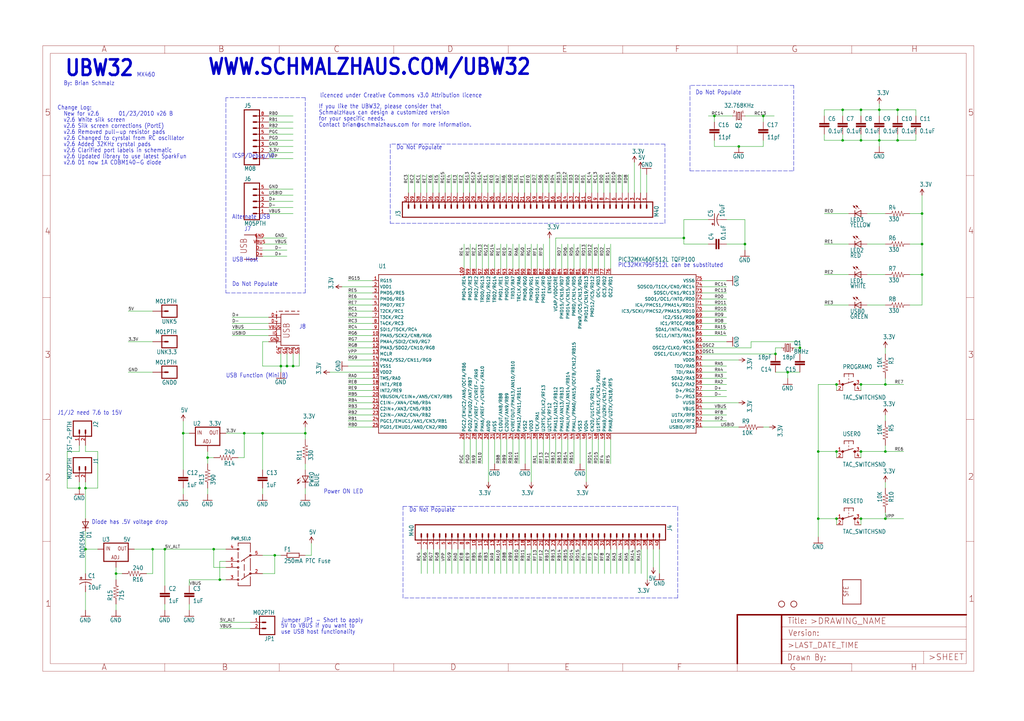
<source format=kicad_sch>
(kicad_sch (version 20211123) (generator eeschema)
  (paper "User" 425.958 300.025)
  (junction (at 48.26 238.76))
  (junction (at 373.38 45.72))
  (junction (at 368.3 160.02))
  (junction (at 35.56 228.6))
  (junction (at 35.56 203.2))
  (junction (at 322.58 147.32))
  (junction (at 119.38 152.4))
  (junction (at 358.14 160.02))
  (junction (at 347.98 187.96))
  (junction (at 373.38 58.42))
  (junction (at 347.98 215.9))
  (junction (at 76.2 180.34))
  (junction (at 350.52 58.42))
  (junction (at 101.6 180.34))
  (junction (at 332.74 144.78))
  (junction (at 365.76 45.72))
  (junction (at 365.76 58.42))
  (junction (at 358.14 45.72))
  (junction (at 309.88 101.6))
  (junction (at 307.34 60.96))
  (junction (at 297.18 48.26))
  (junction (at 368.3 187.96))
  (junction (at 63.5 228.6))
  (junction (at 86.36 190.5))
  (junction (at 358.14 58.42))
  (junction (at 121.92 152.4))
  (junction (at 340.36 215.9))
  (junction (at 284.48 99.06))
  (junction (at 358.14 215.9))
  (junction (at 317.5 48.26))
  (junction (at 114.3 231.14))
  (junction (at 350.52 45.72))
  (junction (at 327.66 154.94))
  (junction (at 383.54 101.6))
  (junction (at 68.58 228.6))
  (junction (at 368.3 215.9))
  (junction (at 383.54 88.9))
  (junction (at 383.54 114.3))
  (junction (at 91.44 241.3))
  (junction (at 88.9 228.6))
  (junction (at 127 180.34))
  (junction (at 340.36 187.96))
  (junction (at 347.98 160.02))
  (junction (at 109.22 180.34))
  (junction (at 358.14 187.96))
  (junction (at 116.84 152.4))
  (junction (at 33.02 203.2))
  (wire (pts (xy 294.64 101.6) (xy 284.48 101.6)))
  (wire (pts (xy 233.68 111.76) (xy 233.68 101.6)))
  (wire (pts (xy 292.1 137.16) (xy 302.26 137.16)))
  (wire (pts (xy 238.506 80.264) (xy 238.506 72.644)))
  (wire (pts (xy 78.74 241.3) (xy 91.44 241.3)))
  (wire (pts (xy 263.906 80.264) (xy 263.906 67.564)))
  (wire (pts (xy 347.98 187.96) (xy 340.36 187.96)))
  (wire (pts (xy 111.76 66.04) (xy 121.92 66.04)))
  (wire (pts (xy 256.54 238.76) (xy 256.54 228.6)))
  (polyline (pts (xy 287.02 71.12) (xy 330.2 71.12)))
  (wire (pts (xy 292.1 129.54) (xy 302.26 129.54)))
  (polyline (pts (xy 281.94 210.82) (xy 281.94 248.92)))
  (wire (pts (xy 317.5 60.96) (xy 317.5 58.42)))
  (wire (pts (xy 48.26 251.46) (xy 48.26 254)))
  (wire (pts (xy 233.68 182.88) (xy 233.68 193.04)))
  (wire (pts (xy 248.92 111.76) (xy 248.92 101.6)))
  (wire (pts (xy 154.94 170.18) (xy 144.78 170.18)))
  (wire (pts (xy 246.126 80.264) (xy 246.126 72.644)))
  (wire (pts (xy 292.1 139.7) (xy 302.26 139.7)))
  (wire (pts (xy 297.18 48.26) (xy 294.64 48.26)))
  (polyline (pts (xy 167.64 248.92) (xy 167.64 210.82)))
  (wire (pts (xy 93.98 236.22) (xy 88.9 236.22)))
  (wire (pts (xy 292.1 121.92) (xy 302.26 121.92)))
  (wire (pts (xy 368.3 127) (xy 360.68 127)))
  (wire (pts (xy 241.3 238.76) (xy 241.3 228.6)))
  (wire (pts (xy 251.46 182.88) (xy 251.46 193.04)))
  (wire (pts (xy 332.74 144.78) (xy 332.74 147.32)))
  (wire (pts (xy 317.5 50.8) (xy 317.5 48.26)))
  (wire (pts (xy 124.46 152.4) (xy 124.46 147.32)))
  (wire (pts (xy 322.58 144.78) (xy 322.58 147.32)))
  (wire (pts (xy 292.1 175.26) (xy 302.26 175.26)))
  (wire (pts (xy 76.2 195.58) (xy 76.2 180.34)))
  (wire (pts (xy 114.3 231.14) (xy 116.84 231.14)))
  (wire (pts (xy 220.98 182.88) (xy 220.98 200.66)))
  (wire (pts (xy 154.94 152.4) (xy 144.78 152.4)))
  (wire (pts (xy 246.38 238.76) (xy 246.38 228.6)))
  (wire (pts (xy 268.986 80.264) (xy 268.986 72.644)))
  (wire (pts (xy 177.546 80.264) (xy 177.546 72.644)))
  (wire (pts (xy 368.3 144.78) (xy 368.3 147.32)))
  (wire (pts (xy 292.1 157.48) (xy 302.26 157.48)))
  (wire (pts (xy 210.82 182.88) (xy 210.82 193.04)))
  (wire (pts (xy 332.74 142.24) (xy 332.74 144.78)))
  (wire (pts (xy 358.14 58.42) (xy 350.52 58.42)))
  (wire (pts (xy 111.76 78.74) (xy 121.92 78.74)))
  (wire (pts (xy 190.5 238.76) (xy 190.5 228.6)))
  (wire (pts (xy 246.38 182.88) (xy 246.38 193.04)))
  (wire (pts (xy 360.68 88.9) (xy 368.3 88.9)))
  (wire (pts (xy 238.76 238.76) (xy 238.76 228.6)))
  (wire (pts (xy 203.2 200.66) (xy 203.2 182.88)))
  (wire (pts (xy 86.36 190.5) (xy 86.36 187.96)))
  (wire (pts (xy 205.74 111.76) (xy 205.74 101.6)))
  (wire (pts (xy 63.5 129.54) (xy 53.34 129.54)))
  (wire (pts (xy 297.18 58.42) (xy 297.18 60.96)))
  (polyline (pts (xy 276.606 59.944) (xy 162.306 59.944)))
  (wire (pts (xy 193.04 238.76) (xy 193.04 228.6)))
  (wire (pts (xy 292.1 170.18) (xy 302.26 170.18)))
  (wire (pts (xy 292.1 144.78) (xy 312.42 144.78)))
  (wire (pts (xy 33.02 185.42) (xy 33.02 187.96)))
  (wire (pts (xy 127 180.34) (xy 127 182.88)))
  (wire (pts (xy 292.1 162.56) (xy 302.26 162.56)))
  (wire (pts (xy 215.9 111.76) (xy 215.9 101.6)))
  (wire (pts (xy 383.54 114.3) (xy 383.54 127)))
  (wire (pts (xy 111.76 139.7) (xy 96.52 139.7)))
  (wire (pts (xy 210.82 111.76) (xy 210.82 101.6)))
  (wire (pts (xy 154.94 149.86) (xy 144.78 149.86)))
  (wire (pts (xy 220.98 238.76) (xy 220.98 228.6)))
  (wire (pts (xy 383.54 101.6) (xy 383.54 114.3)))
  (wire (pts (xy 327.66 154.94) (xy 332.74 154.94)))
  (wire (pts (xy 208.28 182.88) (xy 208.28 193.04)))
  (wire (pts (xy 261.366 80.264) (xy 261.366 72.644)))
  (wire (pts (xy 233.426 80.264) (xy 233.426 72.644)))
  (wire (pts (xy 365.76 45.72) (xy 358.14 45.72)))
  (wire (pts (xy 251.46 238.76) (xy 251.46 228.6)))
  (wire (pts (xy 266.446 80.264) (xy 266.446 70.104)))
  (wire (pts (xy 373.38 48.26) (xy 373.38 45.72)))
  (wire (pts (xy 248.666 80.264) (xy 248.666 72.644)))
  (wire (pts (xy 180.34 238.76) (xy 180.34 228.6)))
  (wire (pts (xy 154.94 127) (xy 144.78 127)))
  (wire (pts (xy 154.94 132.08) (xy 144.78 132.08)))
  (wire (pts (xy 154.94 165.1) (xy 144.78 165.1)))
  (wire (pts (xy 228.6 182.88) (xy 228.6 193.04)))
  (wire (pts (xy 312.42 144.78) (xy 312.42 142.24)))
  (wire (pts (xy 360.68 114.3) (xy 368.3 114.3)))
  (polyline (pts (xy 127 121.92) (xy 127 40.64)))
  (wire (pts (xy 350.52 45.72) (xy 342.9 45.72)))
  (wire (pts (xy 111.76 58.42) (xy 121.92 58.42)))
  (wire (pts (xy 104.14 259.08) (xy 91.44 259.08)))
  (wire (pts (xy 86.36 203.2) (xy 86.36 205.74)))
  (wire (pts (xy 241.3 182.88) (xy 241.3 193.04)))
  (wire (pts (xy 347.98 215.9) (xy 347.98 218.44)))
  (wire (pts (xy 261.62 238.76) (xy 261.62 228.6)))
  (wire (pts (xy 111.76 132.08) (xy 96.52 132.08)))
  (wire (pts (xy 307.34 60.96) (xy 317.5 60.96)))
  (wire (pts (xy 93.98 180.34) (xy 101.6 180.34)))
  (wire (pts (xy 243.84 238.76) (xy 243.84 228.6)))
  (wire (pts (xy 223.52 238.76) (xy 223.52 228.6)))
  (wire (pts (xy 292.1 119.38) (xy 302.26 119.38)))
  (wire (pts (xy 60.96 238.76) (xy 63.5 238.76)))
  (wire (pts (xy 383.54 88.9) (xy 383.54 81.28)))
  (wire (pts (xy 187.706 80.264) (xy 187.706 72.644)))
  (wire (pts (xy 213.36 111.76) (xy 213.36 101.6)))
  (wire (pts (xy 292.1 127) (xy 302.26 127)))
  (wire (pts (xy 284.48 91.44) (xy 294.64 91.44)))
  (wire (pts (xy 248.92 182.88) (xy 248.92 193.04)))
  (wire (pts (xy 215.646 80.264) (xy 215.646 72.644)))
  (wire (pts (xy 182.626 80.264) (xy 182.626 72.644)))
  (wire (pts (xy 292.1 124.46) (xy 302.26 124.46)))
  (wire (pts (xy 231.14 238.76) (xy 231.14 228.6)))
  (wire (pts (xy 254 111.76) (xy 254 101.6)))
  (wire (pts (xy 111.76 81.28) (xy 121.92 81.28)))
  (wire (pts (xy 192.786 80.264) (xy 192.786 72.644)))
  (wire (pts (xy 358.14 190.5) (xy 358.14 187.96)))
  (wire (pts (xy 358.14 215.9) (xy 358.14 218.44)))
  (wire (pts (xy 342.9 45.72) (xy 342.9 48.26)))
  (wire (pts (xy 292.1 142.24) (xy 302.26 142.24)))
  (wire (pts (xy 40.64 187.96) (xy 40.64 203.2)))
  (wire (pts (xy 368.3 187.96) (xy 375.92 187.96)))
  (wire (pts (xy 215.9 238.76) (xy 215.9 228.6)))
  (wire (pts (xy 292.1 134.62) (xy 302.26 134.62)))
  (wire (pts (xy 223.52 182.88) (xy 223.52 193.04)))
  (wire (pts (xy 241.3 111.76) (xy 241.3 101.6)))
  (wire (pts (xy 223.52 111.76) (xy 223.52 101.6)))
  (wire (pts (xy 48.26 238.76) (xy 48.26 236.22)))
  (wire (pts (xy 271.78 228.6) (xy 271.78 236.22)))
  (wire (pts (xy 373.38 45.72) (xy 381 45.72)))
  (wire (pts (xy 383.54 127) (xy 378.46 127)))
  (polyline (pts (xy 276.606 92.964) (xy 276.606 59.944)))
  (wire (pts (xy 258.826 80.264) (xy 258.826 72.644)))
  (wire (pts (xy 119.38 152.4) (xy 121.92 152.4)))
  (wire (pts (xy 342.9 58.42) (xy 342.9 55.88)))
  (wire (pts (xy 266.7 238.76) (xy 266.7 228.6)))
  (wire (pts (xy 340.36 215.9) (xy 340.36 223.52)))
  (wire (pts (xy 213.36 182.88) (xy 213.36 193.04)))
  (wire (pts (xy 284.48 99.06) (xy 231.14 99.06)))
  (wire (pts (xy 215.9 182.88) (xy 215.9 193.04)))
  (wire (pts (xy 358.14 58.42) (xy 358.14 55.88)))
  (wire (pts (xy 226.06 238.76) (xy 226.06 228.6)))
  (wire (pts (xy 205.74 182.88) (xy 205.74 193.04)))
  (wire (pts (xy 368.3 203.2) (xy 368.3 200.66)))
  (wire (pts (xy 111.76 86.36) (xy 121.92 86.36)))
  (wire (pts (xy 187.96 238.76) (xy 187.96 228.6)))
  (wire (pts (xy 317.5 48.26) (xy 322.072 48.26)))
  (wire (pts (xy 109.22 106.68) (xy 119.38 106.68)))
  (wire (pts (xy 208.026 80.264) (xy 208.026 72.644)))
  (wire (pts (xy 193.04 111.76) (xy 193.04 101.6)))
  (polyline (pts (xy 287.02 35.56) (xy 287.02 71.12)))
  (wire (pts (xy 292.1 152.4) (xy 302.26 152.4)))
  (polyline (pts (xy 162.306 59.944) (xy 162.306 92.964)))
  (wire (pts (xy 127 231.14) (xy 129.54 231.14)))
  (wire (pts (xy 210.566 80.264) (xy 210.566 72.644)))
  (wire (pts (xy 246.38 111.76) (xy 246.38 101.6)))
  (wire (pts (xy 292.1 154.94) (xy 302.26 154.94)))
  (wire (pts (xy 322.58 154.94) (xy 327.66 154.94)))
  (wire (pts (xy 88.9 228.6) (xy 93.98 228.6)))
  (wire (pts (xy 109.22 152.4) (xy 116.84 152.4)))
  (wire (pts (xy 86.36 193.04) (xy 86.36 190.5)))
  (wire (pts (xy 76.2 203.2) (xy 76.2 205.74)))
  (wire (pts (xy 116.84 152.4) (xy 116.84 147.32)))
  (wire (pts (xy 292.1 165.1) (xy 302.26 165.1)))
  (wire (pts (xy 231.14 182.88) (xy 231.14 193.04)))
  (wire (pts (xy 154.94 139.7) (xy 144.78 139.7)))
  (wire (pts (xy 213.36 238.76) (xy 213.36 228.6)))
  (wire (pts (xy 368.3 101.6) (xy 360.68 101.6)))
  (wire (pts (xy 154.94 116.84) (xy 144.78 116.84)))
  (wire (pts (xy 365.76 58.42) (xy 365.76 60.96)))
  (wire (pts (xy 154.94 162.56) (xy 144.78 162.56)))
  (wire (pts (xy 365.76 43.18) (xy 365.76 45.72)))
  (wire (pts (xy 383.54 114.3) (xy 378.46 114.3)))
  (wire (pts (xy 213.106 80.264) (xy 213.106 72.644)))
  (polyline (pts (xy 162.306 92.964) (xy 276.606 92.964)))
  (wire (pts (xy 347.98 162.56) (xy 347.98 160.02)))
  (wire (pts (xy 198.12 182.88) (xy 198.12 193.04)))
  (wire (pts (xy 154.94 175.26) (xy 144.78 175.26)))
  (wire (pts (xy 76.2 180.34) (xy 76.2 175.26)))
  (wire (pts (xy 233.68 238.76) (xy 233.68 228.6)))
  (wire (pts (xy 185.166 80.264) (xy 185.166 72.644)))
  (wire (pts (xy 340.36 187.96) (xy 340.36 215.9)))
  (wire (pts (xy 284.48 99.06) (xy 284.48 91.44)))
  (wire (pts (xy 292.1 160.02) (xy 302.26 160.02)))
  (wire (pts (xy 33.02 200.66) (xy 33.02 203.2)))
  (wire (pts (xy 63.5 154.94) (xy 53.34 154.94)))
  (wire (pts (xy 353.06 114.3) (xy 342.9 114.3)))
  (wire (pts (xy 368.3 187.96) (xy 368.3 185.42)))
  (wire (pts (xy 129.54 231.14) (xy 129.54 226.06)))
  (wire (pts (xy 169.926 80.264) (xy 169.926 72.644)))
  (polyline (pts (xy 281.94 248.92) (xy 167.64 248.92)))
  (wire (pts (xy 154.94 167.64) (xy 144.78 167.64)))
  (wire (pts (xy 111.76 55.88) (xy 121.92 55.88)))
  (wire (pts (xy 226.06 111.76) (xy 226.06 101.6)))
  (wire (pts (xy 154.94 172.72) (xy 144.78 172.72)))
  (wire (pts (xy 63.5 142.24) (xy 53.34 142.24)))
  (wire (pts (xy 91.44 233.68) (xy 91.44 241.3)))
  (wire (pts (xy 111.76 134.62) (xy 96.52 134.62)))
  (wire (pts (xy 35.56 238.76) (xy 35.56 228.6)))
  (wire (pts (xy 304.8 48.26) (xy 297.18 48.26)))
  (polyline (pts (xy 93.98 40.64) (xy 93.98 121.92)))
  (wire (pts (xy 175.26 238.76) (xy 175.26 228.6)))
  (wire (pts (xy 347.98 190.5) (xy 347.98 187.96)))
  (wire (pts (xy 33.02 187.96) (xy 27.94 187.96)))
  (wire (pts (xy 292.1 149.86) (xy 307.34 149.86)))
  (wire (pts (xy 243.84 111.76) (xy 243.84 101.6)))
  (wire (pts (xy 154.94 157.48) (xy 144.78 157.48)))
  (wire (pts (xy 35.56 220.98) (xy 35.56 228.6)))
  (polyline (pts (xy 330.2 71.12) (xy 330.2 35.56)))
  (wire (pts (xy 88.9 236.22) (xy 88.9 228.6)))
  (wire (pts (xy 350.52 58.42) (xy 342.9 58.42)))
  (wire (pts (xy 177.8 238.76) (xy 177.8 228.6)))
  (wire (pts (xy 235.966 80.264) (xy 235.966 72.644)))
  (wire (pts (xy 104.14 261.62) (xy 91.44 261.62)))
  (wire (pts (xy 251.46 111.76) (xy 251.46 101.6)))
  (wire (pts (xy 154.94 154.94) (xy 137.16 154.94)))
  (wire (pts (xy 231.14 111.76) (xy 231.14 99.06)))
  (wire (pts (xy 109.22 231.14) (xy 114.3 231.14)))
  (wire (pts (xy 109.22 104.14) (xy 119.38 104.14)))
  (wire (pts (xy 373.38 58.42) (xy 381 58.42)))
  (wire (pts (xy 109.22 180.34) (xy 109.22 195.58)))
  (wire (pts (xy 243.586 80.264) (xy 243.586 72.644)))
  (wire (pts (xy 195.58 238.76) (xy 195.58 228.6)))
  (wire (pts (xy 236.22 182.88) (xy 236.22 193.04)))
  (wire (pts (xy 203.2 111.76) (xy 203.2 101.6)))
  (wire (pts (xy 254 238.76) (xy 254 228.6)))
  (wire (pts (xy 248.92 238.76) (xy 248.92 228.6)))
  (wire (pts (xy 302.26 101.6) (xy 309.88 101.6)))
  (wire (pts (xy 220.726 80.264) (xy 220.726 72.644)))
  (wire (pts (xy 353.06 101.6) (xy 342.9 101.6)))
  (wire (pts (xy 195.326 80.264) (xy 195.326 72.644)))
  (wire (pts (xy 109.22 142.24) (xy 109.22 152.4)))
  (wire (pts (xy 154.94 119.38) (xy 142.24 119.38)))
  (wire (pts (xy 154.94 160.02) (xy 144.78 160.02)))
  (wire (pts (xy 78.74 251.46) (xy 78.74 254)))
  (wire (pts (xy 111.76 48.26) (xy 121.92 48.26)))
  (wire (pts (xy 48.26 241.3) (xy 48.26 238.76)))
  (wire (pts (xy 154.94 177.8) (xy 144.78 177.8)))
  (wire (pts (xy 228.6 111.76) (xy 228.6 99.06)))
  (wire (pts (xy 269.24 228.6) (xy 269.24 241.3)))
  (wire (pts (xy 116.84 152.4) (xy 116.84 154.94)))
  (wire (pts (xy 368.3 172.72) (xy 368.3 175.26)))
  (wire (pts (xy 68.58 251.46) (xy 68.58 254)))
  (wire (pts (xy 109.22 101.6) (xy 119.38 101.6)))
  (wire (pts (xy 109.22 180.34) (xy 127 180.34)))
  (wire (pts (xy 111.76 60.96) (xy 121.92 60.96)))
  (wire (pts (xy 93.98 233.68) (xy 91.44 233.68)))
  (wire (pts (xy 373.38 45.72) (xy 365.76 45.72)))
  (wire (pts (xy 127 177.8) (xy 127 180.34)))
  (wire (pts (xy 111.76 50.8) (xy 121.92 50.8)))
  (wire (pts (xy 309.88 48.26) (xy 317.5 48.26)))
  (wire (pts (xy 208.28 111.76) (xy 208.28 101.6)))
  (wire (pts (xy 365.76 58.42) (xy 358.14 58.42)))
  (wire (pts (xy 109.22 142.24) (xy 111.76 142.24)))
  (wire (pts (xy 154.94 134.62) (xy 144.78 134.62)))
  (wire (pts (xy 203.2 238.76) (xy 203.2 228.6)))
  (wire (pts (xy 256.286 80.264) (xy 256.286 72.644)))
  (wire (pts (xy 109.22 99.06) (xy 119.38 99.06)))
  (wire (pts (xy 91.44 241.3) (xy 93.98 241.3)))
  (wire (pts (xy 121.92 152.4) (xy 124.46 152.4)))
  (wire (pts (xy 114.3 238.76) (xy 109.22 238.76)))
  (wire (pts (xy 365.76 58.42) (xy 373.38 58.42)))
  (wire (pts (xy 365.76 55.88) (xy 365.76 58.42)))
  (wire (pts (xy 226.06 182.88) (xy 226.06 193.04)))
  (wire (pts (xy 383.54 88.9) (xy 383.54 101.6)))
  (wire (pts (xy 253.746 80.264) (xy 253.746 72.644)))
  (wire (pts (xy 182.88 238.76) (xy 182.88 228.6)))
  (wire (pts (xy 350.52 48.26) (xy 350.52 45.72)))
  (wire (pts (xy 180.086 80.264) (xy 180.086 72.644)))
  (wire (pts (xy 297.18 60.96) (xy 307.34 60.96)))
  (wire (pts (xy 127 193.04) (xy 127 195.58)))
  (wire (pts (xy 236.22 238.76) (xy 236.22 228.6)))
  (wire (pts (xy 218.44 182.88) (xy 218.44 193.04)))
  (wire (pts (xy 251.206 80.264) (xy 251.206 72.644)))
  (wire (pts (xy 154.94 137.16) (xy 144.78 137.16)))
  (wire (pts (xy 241.046 80.264) (xy 241.046 72.644)))
  (wire (pts (xy 368.3 160.02) (xy 375.92 160.02)))
  (wire (pts (xy 325.12 144.78) (xy 322.58 144.78)))
  (wire (pts (xy 353.06 88.9) (xy 342.9 88.9)))
  (wire (pts (xy 195.58 182.88) (xy 195.58 193.04)))
  (wire (pts (xy 40.64 203.2) (xy 35.56 203.2)))
  (wire (pts (xy 302.26 91.44) (xy 309.88 91.44)))
  (wire (pts (xy 35.56 185.42) (xy 35.56 187.96)))
  (wire (pts (xy 111.76 63.5) (xy 121.92 63.5)))
  (wire (pts (xy 358.14 48.26) (xy 358.14 45.72)))
  (wire (pts (xy 68.58 228.6) (xy 68.58 243.84)))
  (wire (pts (xy 223.266 80.264) (xy 223.266 72.644)))
  (wire (pts (xy 114.3 231.14) (xy 114.3 238.76)))
  (wire (pts (xy 200.66 111.76) (xy 200.66 101.6)))
  (wire (pts (xy 197.866 80.264) (xy 197.866 72.644)))
  (wire (pts (xy 35.56 200.66) (xy 35.56 203.2)))
  (wire (pts (xy 175.006 80.264) (xy 175.006 72.644)))
  (wire (pts (xy 368.3 215.9) (xy 368.3 213.36)))
  (wire (pts (xy 264.16 238.76) (xy 264.16 228.6)))
  (wire (pts (xy 358.14 162.56) (xy 358.14 160.02)))
  (wire (pts (xy 375.92 215.9) (xy 368.3 215.9)))
  (wire (pts (xy 243.84 182.88) (xy 243.84 200.66)))
  (wire (pts (xy 383.54 88.9) (xy 378.46 88.9)))
  (wire (pts (xy 101.6 190.5) (xy 101.6 180.34)))
  (wire (pts (xy 218.44 238.76) (xy 218.44 228.6)))
  (wire (pts (xy 198.12 238.76) (xy 198.12 228.6)))
  (wire (pts (xy 368.3 160.02) (xy 368.3 157.48)))
  (wire (pts (xy 154.94 124.46) (xy 144.78 124.46)))
  (wire (pts (xy 172.466 80.264) (xy 172.466 72.644)))
  (wire (pts (xy 111.76 53.34) (xy 121.92 53.34)))
  (wire (pts (xy 220.98 111.76) (xy 220.98 101.6)))
  (wire (pts (xy 254 182.88) (xy 254 193.04)))
  (wire (pts (xy 202.946 80.264) (xy 202.946 72.644)))
  (wire (pts (xy 274.32 228.6) (xy 274.32 238.76)))
  (wire (pts (xy 68.58 228.6) (xy 63.5 228.6)))
  (wire (pts (xy 154.94 142.24) (xy 144.78 142.24)))
  (wire (pts (xy 35.56 228.6) (xy 40.64 228.6)))
  (wire (pts (xy 230.886 80.264) (xy 230.886 72.644)))
  (wire (pts (xy 68.58 228.6) (xy 88.9 228.6)))
  (wire (pts (xy 309.88 104.14) (xy 309.88 101.6)))
  (wire (pts (xy 284.48 101.6) (xy 284.48 99.06)))
  (wire (pts (xy 88.9 190.5) (xy 86.36 190.5)))
  (wire (pts (xy 317.5 177.8) (xy 320.04 177.8)))
  (wire (pts (xy 353.06 127) (xy 342.9 127)))
  (wire (pts (xy 358.14 187.96) (xy 368.3 187.96)))
  (wire (pts (xy 99.06 190.5) (xy 101.6 190.5)))
  (wire (pts (xy 200.66 182.88) (xy 200.66 193.04)))
  (wire (pts (xy 381 45.72) (xy 381 48.26)))
  (wire (pts (xy 332.74 144.78) (xy 330.2 144.78)))
  (wire (pts (xy 218.44 111.76) (xy 218.44 101.6)))
  (wire (pts (xy 340.36 160.02) (xy 340.36 187.96)))
  (wire (pts (xy 63.5 228.6) (xy 55.88 228.6)))
  (polyline (pts (xy 127 40.64) (xy 93.98 40.64)))
  (wire (pts (xy 218.186 80.264) (xy 218.186 72.644)))
  (wire (pts (xy 200.66 238.76) (xy 200.66 228.6)))
  (wire (pts (xy 350.52 58.42) (xy 350.52 55.88)))
  (wire (pts (xy 292.1 116.84) (xy 302.26 116.84)))
  (wire (pts (xy 381 58.42) (xy 381 55.88)))
  (wire (pts (xy 365.76 48.26) (xy 365.76 45.72)))
  (wire (pts (xy 76.2 180.34) (xy 78.74 180.34)))
  (wire (pts (xy 292.1 172.72) (xy 302.26 172.72)))
  (wire (pts (xy 383.54 101.6) (xy 378.46 101.6)))
  (wire (pts (xy 200.406 80.264) (xy 200.406 72.644)))
  (wire (pts (xy 236.22 111.76) (xy 236.22 101.6)))
  (wire (pts (xy 111.76 83.82) (xy 121.92 83.82)))
  (wire (pts (xy 347.98 160.02) (xy 340.36 160.02)))
  (wire (pts (xy 210.82 238.76) (xy 210.82 228.6)))
  (wire (pts (xy 309.88 91.44) (xy 309.88 101.6)))
  (wire (pts (xy 63.5 238.76) (xy 63.5 228.6)))
  (wire (pts (xy 297.18 48.26) (xy 297.18 50.8)))
  (wire (pts (xy 185.42 238.76) (xy 185.42 228.6)))
  (polyline (pts (xy 330.2 35.56) (xy 287.02 35.56)))
  (wire (pts (xy 119.38 152.4) (xy 119.38 147.32)))
  (wire (pts (xy 228.346 80.264) (xy 228.346 72.644)))
  (wire (pts (xy 358.14 160.02) (xy 368.3 160.02)))
  (wire (pts (xy 101.6 180.34) (xy 109.22 180.34)))
  (wire (pts (xy 127 203.2) (xy 127 205.74)))
  (wire (pts (xy 109.22 203.2) (xy 109.22 205.74)))
  (wire (pts (xy 111.76 88.9) (xy 121.92 88.9)))
  (wire (pts (xy 154.94 129.54) (xy 144.78 129.54)))
  (wire (pts (xy 228.6 238.76) (xy 228.6 228.6)))
  (wire (pts (xy 121.92 152.4) (xy 121.92 147.32)))
  (wire (pts (xy 27.94 203.2) (xy 33.02 203.2)))
  (wire (pts (xy 292.1 147.32) (xy 322.58 147.32)))
  (wire (pts (xy 154.94 144.78) (xy 144.78 144.78)))
  (polyline (pts (xy 167.64 210.82) (xy 281.94 210.82)))
  (wire (pts (xy 292.1 167.64) (xy 307.34 167.64)))
  (wire (pts (xy 35.56 246.38) (xy 35.56 254)))
  (wire (pts (xy 238.76 182.88) (xy 238.76 193.04)))
  (wire (pts (xy 35.56 187.96) (xy 40.64 187.96)))
  (wire (pts (xy 292.1 177.8) (xy 307.34 177.8)))
  (wire (pts (xy 205.486 80.264) (xy 205.486 72.644)))
  (polyline (pts (xy 93.98 121.92) (xy 127 121.92)))
  (wire (pts (xy 327.66 154.94) (xy 327.66 157.48)))
  (wire (pts (xy 193.04 182.88) (xy 193.04 193.04)))
  (wire (pts (xy 312.42 142.24) (xy 332.74 142.24)))
  (wire (pts (xy 259.08 238.76) (xy 259.08 228.6)))
  (wire (pts (xy 116.84 152.4) (xy 119.38 152.4)))
  (wire (pts (xy 154.94 121.92) (xy 144.78 121.92)))
  (wire (pts (xy 154.94 147.32) (xy 144.78 147.32)))
  (wire (pts (xy 111.76 137.16) (xy 96.52 137.16)))
  (wire (pts (xy 78.74 241.3) (xy 78.74 243.84)))
  (wire (pts (xy 205.74 238.76) (xy 205.74 228.6)))
  (wire (pts (xy 292.1 132.08) (xy 302.26 132.08)))
  (wire (pts (xy 368.3 215.9) (xy 358.14 215.9)))
  (wire (pts (xy 195.58 111.76) (xy 195.58 101.6)))
  (wire (pts (xy 198.12 111.76) (xy 198.12 101.6)))
  (wire (pts (xy 27.94 187.96) (xy 27.94 203.2)))
  (wire (pts (xy 347.98 215.9) (xy 340.36 215.9)))
  (wire (pts (xy 238.76 111.76) (xy 238.76 101.6)))
  (wire (pts (xy 358.14 45.72) (xy 350.52 45.72)))
  (wire (pts (xy 208.28 238.76) (xy 208.28 228.6)))
  (wire (pts (xy 225.806 80.264) (xy 225.806 72.644)))
  (wire (pts (xy 35.56 203.2) (xy 35.56 215.9)))
  (wire (pts (xy 50.8 238.76) (xy 48.26 238.76)))
  (wire (pts (xy 373.38 58.42) (xy 373.38 55.88)))
  (wire (pts (xy 190.246 80.264) (xy 190.246 72.644)))
  (text "J7" (at 101.6 96.52 180) (effects (font (size 1.778 1.5113)) (justify left bottom)))
  (text "J8" (at 124.46 137.16 180) (effects (font (size 1.778 1.5113)) (justify left bottom)))
  (text "ICSP/Debug/IO" (at 96.52 66.04 180) (effects (font (size 1.778 1.5113)) (justify left bottom)))
  (text "Jumper JP1 - Short to apply" (at 116.84 259.334 180) (effects (font (size 1.778 1.5113)) (justify left bottom)))
  (text "Alternate USB" (at 96.52 91.44 180) (effects (font (size 1.778 1.5113)) (justify left bottom)))
  (text "licenced under Creative Commons v3.0 Attribution licence" (at 133.096 40.894 0) (effects (font (size 1.778 1.5113)) (justify left bottom)))
  (text "v2.6 White silk screen" (at 26.416 51.054 180) (effects (font (size 1.778 1.5113)) (justify left bottom)))
  (text "Do Not Populate" (at 96.52 119.38 180) (effects (font (size 1.778 1.5113)) (justify left bottom)))
  (text "use USB host functionality" (at 116.84 264.16 180) (effects (font (size 1.778 1.5113)) (justify left bottom)))
  (text "v2.6 Removed pull-up resistor pads" (at 26.416 56.134 180) (effects (font (size 1.778 1.5113)) (justify left bottom)))
  (text "Diode has .5V voltage drop" (at 38.1 218.44 180) (effects (font (size 1.778 1.5113)) (justify left bottom)))
  (text "WWW.SCHMALZHAUS.COM/UBW32" (at 86.106 31.75 180) (effects (font (size 6.4516 5.4838) (thickness 1.0968) bold) (justify left bottom)))
  (text "PIC32MX795F512L can be substituted" (at 257.048 111.506 180) (effects (font (size 1.778 1.5113)) (justify left bottom)))
  (text "5V to VBUS if you want to" (at 116.84 261.62 180) (effects (font (size 1.778 1.5113)) (justify left bottom)))
  (text "UBW32" (at 26.67 32.258 180) (effects (font (size 6.4516 5.4838) (thickness 1.0968) bold) (justify left bottom)))
  (text "v2.6 Changed to cyrstal from RC oscillator" (at 26.416 58.674 180) (effects (font (size 1.778 1.5113)) (justify left bottom)))
  (text "USB Host" (at 96.52 109.22 180) (effects (font (size 1.778 1.5113)) (justify left bottom)))
  (text "Contact brian@schmalzhaus.com for more information." (at 132.588 53.086 0) (effects (font (size 1.778 1.5113)) (justify left bottom)))
  (text "Do Not Populate" (at 164.846 62.484 180) (effects (font (size 1.778 1.5113)) (justify left bottom)))
  (text "01/23/2010 v26 B" (at 49.276 48.514 180) (effects (font (size 1.778 1.5113)) (justify left bottom)))
  (text "MX460" (at 56.896 32.258 180) (effects (font (size 1.778 1.5113)) (justify left bottom)))
  (text "v2.6 Clarified port labels in schematic" (at 26.416 63.754 180) (effects (font (size 1.778 1.5113)) (justify left bottom)))
  (text "SchmalzHaus can design a customized version" (at 132.588 48.006 180) (effects (font (size 1.778 1.5113)) (justify left bottom)))
  (text "New for v2.6" (at 26.416 48.514 180) (effects (font (size 1.778 1.5113)) (justify left bottom)))
  (text "v2.6 D1 now 1A CDBM140-G diode" (at 26.416 68.834 180) (effects (font (size 1.778 1.5113)) (justify left bottom)))
  (text "v2.6 Silk screen corrections (PortE)" (at 26.416 53.594 180) (effects (font (size 1.778 1.5113)) (justify left bottom)))
  (text "USB Function (Mini B)" (at 93.98 157.48 180) (effects (font (size 1.778 1.5113)) (justify left bottom)))
  (text "Change Log:" (at 23.876 45.974 180) (effects (font (size 1.778 1.5113)) (justify left bottom)))
  (text "By: Brian Schmalz" (at 26.416 35.814 180) (effects (font (size 1.778 1.5113)) (justify left bottom)))
  (text "v2.6 Added 32KHz cyrstal pads" (at 26.416 61.214 180) (effects (font (size 1.778 1.5113)) (justify left bottom)))
  (text "v2.6 Updated library to use latest SparkFun" (at 26.416 66.294 180) (effects (font (size 1.778 1.5113)) (justify left bottom)))
  (text "Power ON LED" (at 134.62 205.74 180) (effects (font (size 1.778 1.5113)) (justify left bottom)))
  (text "Do Not Populate" (at 170.18 213.36 180) (effects (font (size 1.778 1.5113)) (justify left bottom)))
  (text "for your specific needs." (at 132.588 50.546 180) (effects (font (size 1.778 1.5113)) (justify left bottom)))
  (text "J1/J2 need 7.6 to 15V" (at 23.876 172.974 180) (effects (font (size 1.778 1.5113)) (justify left bottom)))
  (text "Do Not Populate" (at 289.306 39.624 180) (effects (font (size 1.778 1.5113)) (justify left bottom)))
  (text "If you like the UBW32, please consider that" (at 132.588 45.466 180) (effects (font (size 1.778 1.5113)) (justify left bottom)))
  (label "RF2" (at 248.92 233.68 90) (effects (font (size 1.2446 1.2446))))
  (label "RG1" (at 220.98 106.68 90) (effects (font (size 1.2446 1.2446))))
  (label "RC13" (at 248.666 76.454 90) (effects (font (size 1.2446 1.2446))))
  (label "RG15" (at 185.166 76.454 90) (effects (font (size 1.2446 1.2446))))
  (label "5V_ALT" (at 68.58 228.6 0) (effects (font (size 1.2446 1.2446))))
  (label "VBUS" (at 114.3 101.6 0) (effects (font (size 1.2446 1.2446))))
  (label "RD14" (at 246.38 193.04 90) (effects (font (size 1.2446 1.2446))))
  (label "RB9" (at 213.36 233.68 90) (effects (font (size 1.2446 1.2446))))
  (label "VBUS" (at 297.18 170.18 0) (effects (font (size 1.2446 1.2446))))
  (label "RF0" (at 220.726 76.454 90) (effects (font (size 1.2446 1.2446))))
  (label "RB13" (at 231.14 233.68 90) (effects (font (size 1.2446 1.2446))))
  (label "RE1" (at 202.946 76.454 90) (effects (font (size 1.2446 1.2446))))
  (label "RG7" (at 144.78 142.24 0) (effects (font (size 1.2446 1.2446))))
  (label "RC1" (at 175.006 76.454 90) (effects (font (size 1.2446 1.2446))))
  (label "D+" (at 297.18 162.56 0) (effects (font (size 1.2446 1.2446))))
  (label "RA6" (at 215.9 106.68 90) (effects (font (size 1.2446 1.2446))))
  (label "RG14" (at 205.74 106.68 90) (effects (font (size 1.2446 1.2446))))
  (label "RF13" (at 226.06 193.04 90) (effects (font (size 1.2446 1.2446))))
  (label "RA0" (at 144.78 157.48 0) (effects (font (size 1.2446 1.2446))))
  (label "RD8" (at 297.18 134.62 0) (effects (font (size 1.2446 1.2446))))
  (label "RD12" (at 235.966 76.454 90) (effects (font (size 1.2446 1.2446))))
  (label "RD14" (at 238.76 233.68 90) (effects (font (size 1.2446 1.2446))))
  (label "RA3" (at 297.18 157.48 0) (effects (font (size 1.2446 1.2446))))
  (label "RD4" (at 230.886 76.454 90) (effects (font (size 1.2446 1.2446))))
  (label "RA10" (at 200.66 193.04 90) (effects (font (size 1.2446 1.2446))))
  (label "RE0" (at 210.82 106.68 90) (effects (font (size 1.2446 1.2446))))
  (label "D+" (at 114.3 106.68 0) (effects (font (size 1.2446 1.2446))))
  (label "VBUS" (at 78.74 243.84 0) (effects (font (size 1.2446 1.2446))))
  (label "RE8" (at 144.78 160.02 0) (effects (font (size 1.2446 1.2446))))
  (label "3.3V" (at 111.76 63.5 0) (effects (font (size 1.2446 1.2446))))
  (label "RD0" (at 251.206 76.454 90) (effects (font (size 1.2446 1.2446))))
  (label "RD8" (at 261.366 76.454 90) (effects (font (size 1.2446 1.2446))))
  (label "3.3V" (at 53.34 142.24 0) (effects (font (size 1.2446 1.2446))))
  (label "RD5" (at 238.76 106.68 90) (effects (font (size 1.2446 1.2446))))
  (label "RD3" (at 238.506 76.454 90) (effects (font (size 1.2446 1.2446))))
  (label "RC2" (at 144.78 132.08 0) (effects (font (size 1.2446 1.2446))))
  (label "RB4" (at 144.78 167.64 0) (effects (font (size 1.2446 1.2446))))
  (label "RE7" (at 144.78 127 0) (effects (font (size 1.2446 1.2446))))
  (label "RG1" (at 215.646 76.454 90) (effects (font (size 1.2446 1.2446))))
  (label "RB9" (at 210.82 193.04 90) (effects (font (size 1.2446 1.2446))))
  (label "RA2" (at 254 233.68 90) (effects (font (size 1.2446 1.2446))))
  (label "RC13" (at 313.69 48.26 0) (effects (font (size 1.2446 1.2446))))
  (label "RF4" (at 243.84 233.68 90) (effects (font (size 1.2446 1.2446))))
  (label "RD15" (at 248.92 193.04 90) (effects (font (size 1.2446 1.2446))))
  (label "RB1" (at 111.76 50.8 0) (effects (font (size 1.2446 1.2446))))
  (label "RF8" (at 251.46 233.68 90) (effects (font (size 1.2446 1.2446))))
  (label "VPP" (at 144.78 147.32 0) (effects (font (size 1.2446 1.2446))))
  (label "GND" (at 53.34 154.94 0) (effects (font (size 1.2446 1.2446))))
  (label "RA4" (at 259.08 233.68 90) (effects (font (size 1.2446 1.2446))))
  (label "RF5" (at 254 193.04 90) (effects (font (size 1.2446 1.2446))))
  (label "USBID" (at 96.52 139.7 0) (effects (font (size 1.2446 1.2446))))
  (label "RD2" (at 241.046 76.454 90) (effects (font (size 1.2446 1.2446))))
  (label "RE6" (at 180.086 76.454 90) (effects (font (size 1.2446 1.2446))))
  (label "RA9" (at 205.74 233.68 90) (effects (font (size 1.2446 1.2446))))
  (label "RE6" (at 144.78 124.46 0) (effects (font (size 1.2446 1.2446))))
  (label "RA3" (at 256.54 233.68 90) (effects (font (size 1.2446 1.2446))))
  (label "RB15" (at 236.22 233.68 90) (effects (font (size 1.2446 1.2446))))
  (label "RD7" (at 233.68 106.68 90) (effects (font (size 1.2446 1.2446))))
  (label "RE7" (at 177.546 76.454 90) (effects (font (size 1.2446 1.2446))))
  (label "RE1" (at 342.9 101.6 0) (effects (font (size 1.2446 1.2446))))
  (label "RA14" (at 264.16 233.68 90) (effects (font (size 1.2446 1.2446))))
  (label "VPP" (at 368.3 215.9 0) (effects (font (size 1.2446 1.2446))))
  (label "PGC" (at 193.04 193.04 90) (effects (font (size 1.2446 1.2446))))
  (label "RF8" (at 297.18 172.72 0) (effects (font (size 1.2446 1.2446))))
  (label "RE2" (at 192.786 76.454 90) (effects (font (size 1.2446 1.2446))))
  (label "RB8" (at 210.82 233.68 90) (effects (font (size 1.2446 1.2446))))
  (label "RB4" (at 200.66 233.68 90) (effects (font (size 1.2446 1.2446))))
  (label "RB5" (at 198.12 233.68 90) (effects (font (size 1.2446 1.2446))))
  (label "5V" (at 53.34 129.54 0) (effects (font (size 1.2446 1.2446))))
  (label "D-" (at 297.18 165.1 0) (effects (font (size 1.2446 1.2446))))
  (label "RB8" (at 208.28 193.04 90) (effects (font (size 1.2446 1.2446))))
  (label "RA6" (at 210.566 76.454 90) (effects (font (size 1.2446 1.2446))))
  (label "RD12" (at 246.38 106.68 90) (effects (font (size 1.2446 1.2446))))
  (label "RF12" (at 228.6 193.04 90) (effects (font (size 1.2446 1.2446))))
  (label "RB11" (at 218.44 233.68 90) (effects (font (size 1.2446 1.2446))))
  (label "RE4" (at 193.04 106.68 90) (effects (font (size 1.2446 1.2446))))
  (label "VPP" (at 185.42 233.68 90) (effects (font (size 1.2446 1.2446))))
  (label "RB2" (at 111.76 53.34 0) (effects (font (size 1.2446 1.2446))))
  (label "OSC2" (at 292.1 144.78 0) (effects (font (size 1.2446 1.2446))))
  (label "RB11" (at 215.9 193.04 90) (effects (font (size 1.2446 1.2446))))
  (label "RE5" (at 144.78 121.92 0) (effects (font (size 1.2446 1.2446))))
  (label "RE9" (at 195.58 233.68 90) (effects (font (size 1.2446 1.2446))))
  (label "RG7" (at 180.34 233.68 90) (effects (font (size 1.2446 1.2446))))
  (label "RC14" (at 295.91 48.26 0) (effects (font (size 1.2446 1.2446))))
  (label "RE2" (at 342.9 114.3 0) (effects (font (size 1.2446 1.2446))))
  (label "RC4" (at 175.26 233.68 90) (effects (font (size 1.2446 1.2446))))
  (label "PGD" (at 195.58 193.04 90) (effects (font (size 1.2446 1.2446))))
  (label "RG15" (at 144.78 116.84 0) (effects (font (size 1.2446 1.2446))))
  (label "RE3" (at 195.58 106.68 90) (effects (font (size 1.2446 1.2446))))
  (label "RD5" (at 228.346 76.454 90) (effects (font (size 1.2446 1.2446))))
  (label "RG8" (at 182.88 233.68 90) (effects (font (size 1.2446 1.2446))))
  (label "RA10" (at 208.28 233.68 90) (effects (font (size 1.2446 1.2446))))
  (label "RG6" (at 177.8 233.68 90) (effects (font (size 1.2446 1.2446))))
  (label "RB0" (at 111.76 48.26 0) (effects (font (size 1.2446 1.2446))))
  (label "RD3" (at 248.92 106.68 90) (effects (font (size 1.2446 1.2446))))
  (label "RC4" (at 144.78 137.16 0) (effects (font (size 1.2446 1.2446))))
  (label "RB14" (at 236.22 193.04 90) (effects (font (size 1.2446 1.2446))))
  (label "RE7" (at 372.11 160.02 0) (effects (font (size 1.2446 1.2446))))
  (label "D+" (at 96.52 132.08 0) (effects (font (size 1.2446 1.2446))))
  (label "RB10" (at 213.36 193.04 90) (effects (font (size 1.2446 1.2446))))
  (label "RD11" (at 297.18 127 0) (effects (font (size 1.2446 1.2446))))
  (label "RE9" (at 144.78 162.56 0) (effects (font (size 1.2446 1.2446))))
  (label "RA14" (at 297.18 139.7 0) (effects (font (size 1.2446 1.2446))))
  (label "RF5" (at 246.38 233.68 90) (effects (font (size 1.2446 1.2446))))
  (label "RG14" (at 200.406 76.454 90) (effects (font (size 1.2446 1.2446))))
  (label "OSC1" (at 292.1 147.32 0) (effects (font (size 1.2446 1.2446))))
  (label "RC3" (at 144.78 134.62 0) (effects (font (size 1.2446 1.2446))))
  (label "USBID" (at 299.72 177.8 0) (effects (font (size 1.2446 1.2446))))
  (label "RD1" (at 243.586 76.454 90) (effects (font (size 1.2446 1.2446))))
  (label "RD0" (at 297.18 124.46 0) (effects (font (size 1.2446 1.2446))))
  (label "RG6" (at 144.78 139.7 0) (effects (font (size 1.2446 1.2446))))
  (label "RD11" (at 253.746 76.454 90) (effects (font (size 1.2446 1.2446))))
  (label "RG12" (at 197.866 76.454 90) (effects (font (size 1.2446 1.2446))))
  (label "RA5" (at 297.18 152.4 0) (effects (font (size 1.2446 1.2446))))
  (label "RD6" (at 236.22 106.68 90) (effects (font (size 1.2446 1.2446))))
  (label "RA9" (at 198.12 193.04 90) (effects (font (size 1.2446 1.2446))))
  (label "RF1" (at 218.186 76.454 90) (effects (font (size 1.2446 1.2446))))
  (label "D-" (at 96.52 134.62 0) (effects (font (size 1.2446 1.2446))))
  (label "RA2" (at 297.18 160.02 0) (effects (font (size 1.2446 1.2446))))
  (label "D-" (at 111.76 86.36 0) (effects (font (size 1.2446 1.2446))))
  (label "RD6" (at 225.806 76.454 90) (effects (font (size 1.2446 1.2446))))
  (label "VBUS" (at 111.76 88.9 0) (effects (font (size 1.2446 1.2446))))
  (label "RE0" (at 342.9 88.9 0) (effects (font (size 1.2446 1.2446))))
  (label "RB13" (at 233.68 193.04 90) (effects (font (size 1.2446 1.2446))))
  (label "RD15" (at 241.3 233.68 90) (effects (font (size 1.2446 1.2446))))
  (label "RF13" (at 223.52 233.68 90) (effects (font (size 1.2446 1.2446))))
  (label "RD10" (at 256.286 76.454 90) (effects (font (size 1.2446 1.2446))))
  (label "RD7" (at 223.266 76.454 90) (effects (font (size 1.2446 1.2446))))
  (label "RE8" (at 193.04 233.68 90) (effects (font (size 1.2446 1.2446))))
  (label "RB1" (at 144.78 175.26 0) (effects (font (size 1.2446 1.2446))))
  (label "RD13" (at 233.426 76.454 90) (effects (font (size 1.2446 1.2446))))
  (label "RF1" (at 223.52 106.68 90) (effects (font (size 1.2446 1.2446))))
  (label "RB10" (at 215.9 233.68 90) (effects (font (size 1.2446 1.2446))))
  (label "RF2" (at 297.18 175.26 0) (effects (font (size 1.2446 1.2446))))
  (label "RE1" (at 208.28 106.68 90) (effects (font (size 1.2446 1.2446))))
  (label "GND" (at 111.76 60.96 0) (effects (font (size 1.2446 1.2446))))
  (label "RC1" (at 144.78 129.54 0) (effects (font (size 1.2446 1.2446))))
  (label "RG13" (at 200.66 106.68 90) (effects (font (size 1.2446 1.2446))))
  (label "RE6" (at 372.11 187.96 0) (effects (font (size 1.2446 1.2446))))
  (label "D-" (at 114.3 104.14 0) (effects (font (size 1.2446 1.2446))))
  (label "RB14" (at 233.68 233.68 90) (effects (font (size 1.2446 1.2446))))
  (label "RA5" (at 261.62 233.68 90) (effects (font (size 1.2446 1.2446))))
  (label "RE2" (at 198.12 106.68 90) (effects (font (size 1.2446 1.2446))))
  (label "RA15" (at 297.18 137.16 0) (effects (font (size 1.2446 1.2446))))
  (label "RB12" (at 228.6 233.68 90) (effects (font (size 1.2446 1.2446))))
  (label "3.3V" (at 93.98 180.34 0) (effects (font (size 1.2446 1.2446))))
  (label "VPP" (at 111.76 66.04 0) (effects (font (size 1.2446 1.2446))))
  (label "RA7" (at 213.36 106.68 90) (effects (font (size 1.2446 1.2446))))
  (label "RC13" (at 297.18 121.92 0) (effects (font (size 1.2446 1.2446))))
  (label "PGD" (at 111.76 58.42 0) (effects (font (size 1.2446 1.2446))))
  (label "RC14" (at 246.126 76.454 90) (effects (font (size 1.2446 1.2446))))
  (label "5V_ALT" (at 91.44 259.08 0) (effects (font (size 1.2446 1.2446))))
  (label "PGC" (at 111.76 55.88 0) (effects (font (size 1.2446 1.2446))))
  (label "RC14" (at 297.18 119.38 0) (effects (font (size 1.2446 1.2446))))
  (label "RF0" (at 226.06 106.68 90) (effects (font (size 1.2446 1.2446))))
  (label "RE4" (at 187.706 76.454 90) (effects (font (size 1.2446 1.2446))))
  (label "RB2" (at 144.78 172.72 0) (effects (font (size 1.2446 1.2446))))
  (label "RA4" (at 297.18 154.94 0) (effects (font (size 1.2446 1.2446))))
  (label "RA7" (at 208.026 76.454 90) (effects (font (size 1.2446 1.2446))))
  (label "RA1" (at 223.52 193.04 90) (effects (font (size 1.2446 1.2446))))
  (label "RG12" (at 203.2 106.68 90) (effects (font (size 1.2446 1.2446))))
  (label "RB5" (at 144.78 165.1 0) (effects (font (size 1.2446 1.2446))))
  (label "RD9" (at 258.826 76.454 90) (effects (font (size 1.2446 1.2446))))
  (label "RC3" (at 169.926 76.454 90) (effects (font (size 1.2446 1.2446))))
  (label "RG9" (at 187.96 233.68 90) (effects (font (size 1.2446 1.2446))))
  (label "RG0" (at 213.106 76.454 90) (effects (font (size 1.2446 1.2446))))
  (label "RD9" (at 297.18 132.08 0) (effects (font (size 1.2446 1.2446))))
  (label "RE3" (at 342.9 127 0) (effects (font (size 1.2446 1.2446))))
  (label "RB12" (at 231.14 193.04 90) (effects (font (size 1.2446 1.2446))))
  (label "RD2" (at 251.46 106.68 90) (effects (font (size 1.2446 1.2446))))
  (label "RG13" (at 195.326 76.454 90) (effects (font (size 1.2446 1.2446))))
  (label "RF4" (at 251.46 193.04 90) (effects (font (size 1.2446 1.2446))))
  (label "RB0" (at 144.78 177.8 0) (effects (font (size 1.2446 1.2446))))
  (label "RB15" (at 238.76 193.04 90) (effects (font (size 1.2446 1.2446))))
  (label "RA15" (at 266.7 233.68 90) (effects (font (size 1.2446 1.2446))))
  (label "RE5" (at 182.626 76.454 90) (effects (font (size 1.2446 1.2446))))
  (label "VBUS" (at 91.44 261.62 0) (effects (font (size 1.2446 1.2446))))
  (label "RG0" (at 218.44 106.68 90) (effects (font (size 1.2446 1.2446))))
  (label "RF12" (at 226.06 233.68 90) (effects (font (size 1.2446 1.2446))))
  (label "RG8" (at 144.78 144.78 0) (effects (font (size 1.2446 1.2446))))
  (label "VBUS" (at 96.52 137.16 0) (effects (font (size 1.2446 1.2446))))
  (label "RA0" (at 190.5 233.68 90) (effects (font (size 1.2446 1.2446))))
  (label "RC2" (at 172.466 76.454 90) (effects (font (size 1.2446 1.2446))))
  (label "RD4" (at 241.3 106.68 90) (effects (font (size 1.2446 1.2446))))
  (label "RD1" (at 254 106.68 90) (effects (font (size 1.2446 1.2446))))
  (label "RG9" (at 144.78 149.86 0) (effects (font (size 1.2446 1.2446))))
  (label "RE3" (at 190.246 76.454 90) (effects (font (size 1.2446 1.2446))))
  (label "RA1" (at 220.98 233.68 90) (effects (font (size 1.2446 1.2446))))
  (label "GND" (at 114.3 99.06 0) (effects (font (size 1.2446 1.2446))))
  (label "RE0" (at 205.486 76.454 90) (effects (font (size 1.2446 1.2446))))
  (label "D+" (at 111.76 83.82 0) (effects (font (size 1.2446 1.2446))))
  (label "RD10" (at 297.18 129.54 0) (effects (font (size 1.2446 1.2446))))
  (label "RB3" (at 144.78 170.18 0) (effects (font (size 1.2446 1.2446))))
  (label "GND" (at 111.76 78.74 0) (effects (font (size 1.2446 1.2446))))
  (label "RB3" (at 203.2 233.68 90) (effects (font (size 1.2446 1.2446))))
  (label "USBID" (at 111.76 81.28 0) (effects (font (size 1.2446 1.2446))))
  (label "RD13" (at 243.84 106.68 90) (effects (font (size 1.2446 1.2446))))
  (symbol (lib_id "schematicEagle-eagle-import:V_REG_317SMD") (at 86.36 180.34 0) (unit 1)
    (property "Reference" "U2" (at 80.264 177.292 0) (effects (font (size 1.778 1.5113)) (justify left bottom)))
    (property "Value" "3.3V" (at 86.868 177.292 0) (effects (font (size 1.778 1.5113)) (justify left bottom)))
    (property "Footprint" "schematicEagle:SOT223" (effects hide))
  )
  (symbol (lib_id "schematicEagle-eagle-import:M02PTH") (at 111.76 259.08 180) (unit 1)
    (property "Reference" "JP1" (at 114.3 264.922 0) (effects (font (size 1.778 1.5113)) (justify left bottom)))
    (property "Value" "M02PTH" (at 114.3 254 0) (effects (font (size 1.778 1.5113)) (justify left bottom)))
    (property "Footprint" "schematicEagle:1X02" (effects hide))
  )
  (symbol (lib_id "schematicEagle-eagle-import:GND") (at 109.22 208.28 0) (unit 1)
    (property "Reference" "#GND8" (effects hide))
    (property "Value" "GND" (at 106.68 210.82 0) (effects (font (size 1.778 1.5113)) (justify left bottom)))
    (property "Footprint" "schematicEagle:" (effects hide))
  )
  (symbol (lib_id "schematicEagle-eagle-import:3.3V") (at 142.24 119.38 90) (unit 1)
    (property "Reference" "#P+2" (effects hide))
    (property "Value" "3.3V" (at 138.684 120.396 0) (effects (font (size 1.778 1.5113)) (justify left bottom)))
    (property "Footprint" "schematicEagle:" (effects hide))
  )
  (symbol (lib_id "schematicEagle-eagle-import:GND") (at 241.3 195.58 0) (unit 1)
    (property "Reference" "#GND13" (effects hide))
    (property "Value" "GND" (at 238.76 198.12 0) (effects (font (size 1.778 1.5113)) (justify left bottom)))
    (property "Footprint" "schematicEagle:" (effects hide))
  )
  (symbol (lib_id "schematicEagle-eagle-import:M05PTH") (at 104.14 83.82 0) (unit 1)
    (property "Reference" "J6" (at 101.6 75.438 0) (effects (font (size 1.778 1.5113)) (justify left bottom)))
    (property "Value" "M05PTH" (at 101.6 93.98 0) (effects (font (size 1.778 1.5113)) (justify left bottom)))
    (property "Footprint" "schematicEagle:1X05" (effects hide))
  )
  (symbol (lib_id "schematicEagle-eagle-import:RESISTOR0402-RES") (at 48.26 246.38 90) (unit 1)
    (property "Reference" "R15" (at 46.7614 250.19 0) (effects (font (size 1.778 1.5113)) (justify left bottom)))
    (property "Value" "715" (at 51.562 250.19 0) (effects (font (size 1.778 1.5113)) (justify left bottom)))
    (property "Footprint" "schematicEagle:0402-RES" (effects hide))
  )
  (symbol (lib_id "schematicEagle-eagle-import:CAP0402-CAP") (at 78.74 248.92 0) (unit 1)
    (property "Reference" "C3" (at 80.264 245.999 0) (effects (font (size 1.778 1.5113)) (justify left bottom)))
    (property "Value" "1uF" (at 80.264 251.079 0) (effects (font (size 1.778 1.5113)) (justify left bottom)))
    (property "Footprint" "schematicEagle:0402-CAP" (effects hide))
  )
  (symbol (lib_id "schematicEagle-eagle-import:CAP0402") (at 373.38 53.34 0) (unit 1)
    (property "Reference" "C10" (at 374.904 50.419 0) (effects (font (size 1.778 1.5113)) (justify left bottom)))
    (property "Value" "0.1uF" (at 374.904 55.499 0) (effects (font (size 1.778 1.5113)) (justify left bottom)))
    (property "Footprint" "schematicEagle:C0402" (effects hide))
  )
  (symbol (lib_id "schematicEagle-eagle-import:R-EU_R1206") (at 121.92 231.14 0) (unit 1)
    (property "Reference" "F1" (at 118.11 229.6414 0) (effects (font (size 1.778 1.5113)) (justify left bottom)))
    (property "Value" "250mA PTC Fuse" (at 118.11 234.442 0) (effects (font (size 1.778 1.5113)) (justify left bottom)))
    (property "Footprint" "schematicEagle:R1206" (effects hide))
  )
  (symbol (lib_id "schematicEagle-eagle-import:GND") (at 33.02 205.74 0) (unit 1)
    (property "Reference" "#GND3" (effects hide))
    (property "Value" "GND" (at 30.48 208.28 0) (effects (font (size 1.778 1.5113)) (justify left bottom)))
    (property "Footprint" "schematicEagle:" (effects hide))
  )
  (symbol (lib_id "schematicEagle-eagle-import:CAP0402-CAP") (at 299.72 101.6 90) (unit 1)
    (property "Reference" "C4" (at 296.799 100.076 0) (effects (font (size 1.778 1.5113)) (justify left bottom)))
    (property "Value" "0.1uF" (at 301.879 100.076 0) (effects (font (size 1.778 1.5113)) (justify left bottom)))
    (property "Footprint" "schematicEagle:0402-CAP" (effects hide))
  )
  (symbol (lib_id "schematicEagle-eagle-import:RESISTOR0402-RES") (at 312.42 177.8 0) (unit 1)
    (property "Reference" "R9" (at 308.61 176.3014 0) (effects (font (size 1.778 1.5113)) (justify left bottom)))
    (property "Value" "10K" (at 308.61 181.102 0) (effects (font (size 1.778 1.5113)) (justify left bottom)))
    (property "Footprint" "schematicEagle:0402-RES" (effects hide))
  )
  (symbol (lib_id "schematicEagle-eagle-import:3.3V") (at 383.54 81.28 0) (unit 1)
    (property "Reference" "#P+13" (effects hide))
    (property "Value" "3.3V" (at 382.524 77.724 0) (effects (font (size 1.778 1.5113)) (justify left bottom)))
    (property "Footprint" "schematicEagle:" (effects hide))
  )
  (symbol (lib_id "schematicEagle-eagle-import:GND") (at 304.8 116.84 90) (unit 1)
    (property "Reference" "#GND15" (effects hide))
    (property "Value" "GND" (at 307.34 119.38 0) (effects (font (size 1.778 1.5113)) (justify left bottom)))
    (property "Footprint" "schematicEagle:" (effects hide))
  )
  (symbol (lib_id "schematicEagle-eagle-import:LED0603") (at 358.14 101.6 270) (unit 1)
    (property "Reference" "LED2" (at 353.568 105.156 90) (effects (font (size 1.778 1.5113)) (justify left bottom)))
    (property "Value" "RED" (at 353.568 107.315 90) (effects (font (size 1.778 1.5113)) (justify left bottom)))
    (property "Footprint" "schematicEagle:LED-0603" (effects hide))
  )
  (symbol (lib_id "schematicEagle-eagle-import:GND") (at 86.36 208.28 0) (unit 1)
    (property "Reference" "#GND4" (effects hide))
    (property "Value" "GND" (at 83.82 210.82 0) (effects (font (size 1.778 1.5113)) (justify left bottom)))
    (property "Footprint" "schematicEagle:" (effects hide))
  )
  (symbol (lib_id "schematicEagle-eagle-import:TAC_SWITCHSND") (at 353.06 187.96 0) (unit 1)
    (property "Reference" "USER0" (at 350.52 181.61 0) (effects (font (size 1.778 1.5113)) (justify left bottom)))
    (property "Value" "TAC_SWITCHSND" (at 350.52 194.31 0) (effects (font (size 1.778 1.5113)) (justify left bottom)))
    (property "Footprint" "schematicEagle:TACTILE_SWITCH_SMD" (effects hide))
  )
  (symbol (lib_id "schematicEagle-eagle-import:GND") (at 327.66 160.02 0) (unit 1)
    (property "Reference" "#GND19" (effects hide))
    (property "Value" "GND" (at 325.12 162.56 0) (effects (font (size 1.778 1.5113)) (justify left bottom)))
    (property "Footprint" "schematicEagle:" (effects hide))
  )
  (symbol (lib_id "schematicEagle-eagle-import:GND") (at 142.24 152.4 270) (unit 1)
    (property "Reference" "#GND10" (effects hide))
    (property "Value" "GND" (at 139.7 149.86 0) (effects (font (size 1.778 1.5113)) (justify left bottom)))
    (property "Footprint" "schematicEagle:" (effects hide))
  )
  (symbol (lib_id "schematicEagle-eagle-import:CAP0402-CAP") (at 322.58 149.86 180) (unit 1)
    (property "Reference" "C14" (at 321.056 152.781 0) (effects (font (size 1.778 1.5113)) (justify left bottom)))
    (property "Value" "18pF" (at 321.056 147.701 0) (effects (font (size 1.778 1.5113)) (justify left bottom)))
    (property "Footprint" "schematicEagle:0402-CAP" (effects hide))
  )
  (symbol (lib_id "schematicEagle-eagle-import:GND") (at 304.8 142.24 90) (unit 1)
    (property "Reference" "#GND14" (effects hide))
    (property "Value" "GND" (at 307.34 144.78 0) (effects (font (size 1.778 1.5113)) (justify left bottom)))
    (property "Footprint" "schematicEagle:" (effects hide))
  )
  (symbol (lib_id "schematicEagle-eagle-import:M08") (at 106.68 58.42 0) (unit 1)
    (property "Reference" "J5" (at 101.6 44.958 0) (effects (font (size 1.778 1.5113)) (justify left bottom)))
    (property "Value" "M08" (at 101.6 71.12 0) (effects (font (size 1.778 1.5113)) (justify left bottom)))
    (property "Footprint" "schematicEagle:1X08" (effects hide))
  )
  (symbol (lib_id "schematicEagle-eagle-import:M01PTH") (at 71.12 142.24 180) (unit 1)
    (property "Reference" "UNK3.3" (at 73.66 145.542 0) (effects (font (size 1.778 1.5113)) (justify left bottom)))
    (property "Value" "M01PTH" (at 73.66 137.16 0) (effects (font (size 1.778 1.5113)) (justify left bottom)))
    (property "Footprint" "schematicEagle:1X01" (effects hide))
  )
  (symbol (lib_id "schematicEagle-eagle-import:3.3V") (at 127 177.8 0) (unit 1)
    (property "Reference" "#P+18" (effects hide))
    (property "Value" "3.3V" (at 125.984 174.244 0) (effects (font (size 1.778 1.5113)) (justify left bottom)))
    (property "Footprint" "schematicEagle:" (effects hide))
  )
  (symbol (lib_id "schematicEagle-eagle-import:RESISTOR0402-RES") (at 127 187.96 90) (unit 1)
    (property "Reference" "R11" (at 125.5014 191.77 0) (effects (font (size 1.778 1.5113)) (justify left bottom)))
    (property "Value" "330" (at 130.302 191.77 0) (effects (font (size 1.778 1.5113)) (justify left bottom)))
    (property "Footprint" "schematicEagle:0402-RES" (effects hide))
  )
  (symbol (lib_id "schematicEagle-eagle-import:V_REG_317SMD") (at 48.26 228.6 0) (unit 1)
    (property "Reference" "U3" (at 42.418 225.552 0) (effects (font (size 1.778 1.5113)) (justify left bottom)))
    (property "Value" "5V" (at 51.308 225.552 0) (effects (font (size 1.778 1.5113)) (justify left bottom)))
    (property "Footprint" "schematicEagle:SOT223" (effects hide))
  )
  (symbol (lib_id "schematicEagle-eagle-import:GND") (at 307.34 63.5 0) (unit 1)
    (property "Reference" "#GND1" (effects hide))
    (property "Value" "GND" (at 304.8 66.04 0) (effects (font (size 1.778 1.5113)) (justify left bottom)))
    (property "Footprint" "schematicEagle:" (effects hide))
  )
  (symbol (lib_id "schematicEagle-eagle-import:CAP0402-CAP") (at 365.76 53.34 0) (unit 1)
    (property "Reference" "C9" (at 367.284 50.419 0) (effects (font (size 1.778 1.5113)) (justify left bottom)))
    (property "Value" "0.1uF" (at 367.284 55.499 0) (effects (font (size 1.778 1.5113)) (justify left bottom)))
    (property "Footprint" "schematicEagle:0402-CAP" (effects hide))
  )
  (symbol (lib_id "schematicEagle-eagle-import:LED0603") (at 358.14 88.9 270) (unit 1)
    (property "Reference" "LED3" (at 353.568 92.456 90) (effects (font (size 1.778 1.5113)) (justify left bottom)))
    (property "Value" "YELLOW" (at 353.568 94.615 90) (effects (font (size 1.778 1.5113)) (justify left bottom)))
    (property "Footprint" "schematicEagle:LED-0603" (effects hide))
  )
  (symbol (lib_id "schematicEagle-eagle-import:STAND-OFF") (at 325.12 251.46 0) (unit 1)
    (property "Reference" "U$6" (effects hide))
    (property "Value" "STAND-OFF" (effects hide))
    (property "Footprint" "schematicEagle:STAND-OFF" (effects hide))
  )
  (symbol (lib_id "schematicEagle-eagle-import:CAP0402-CAP") (at 317.5 55.88 0) (unit 1)
    (property "Reference" "C17" (at 319.024 52.959 0) (effects (font (size 1.778 1.5113)) (justify left bottom)))
    (property "Value" "11pf" (at 319.024 58.039 0) (effects (font (size 1.778 1.5113)) (justify left bottom)))
    (property "Footprint" "schematicEagle:0402-CAP" (effects hide))
  )
  (symbol (lib_id "schematicEagle-eagle-import:3.3V") (at 368.3 200.66 0) (unit 1)
    (property "Reference" "#P+4" (effects hide))
    (property "Value" "3.3V" (at 367.284 197.104 0) (effects (font (size 1.778 1.5113)) (justify left bottom)))
    (property "Footprint" "schematicEagle:" (effects hide))
  )
  (symbol (lib_id "schematicEagle-eagle-import:3.3V") (at 365.76 43.18 0) (unit 1)
    (property "Reference" "#P+11" (effects hide))
    (property "Value" "3.3V" (at 364.744 39.624 0) (effects (font (size 1.778 1.5113)) (justify left bottom)))
    (property "Footprint" "schematicEagle:" (effects hide))
  )
  (symbol (lib_id "schematicEagle-eagle-import:RESISTOR0402-RES") (at 368.3 152.4 270) (unit 1)
    (property "Reference" "R3" (at 369.7986 148.59 0) (effects (font (size 1.778 1.5113)) (justify left bottom)))
    (property "Value" "10K" (at 364.998 148.59 0) (effects (font (size 1.778 1.5113)) (justify left bottom)))
    (property "Footprint" "schematicEagle:0402-RES" (effects hide))
  )
  (symbol (lib_id "schematicEagle-eagle-import:TAC_SWITCHSND") (at 353.06 160.02 0) (unit 1)
    (property "Reference" "PROGRAM0" (at 350.52 153.67 0) (effects (font (size 1.778 1.5113)) (justify left bottom)))
    (property "Value" "TAC_SWITCHSND" (at 350.52 166.37 0) (effects (font (size 1.778 1.5113)) (justify left bottom)))
    (property "Footprint" "schematicEagle:TACTILE_SWITCH_SMD" (effects hide))
  )
  (symbol (lib_id "schematicEagle-eagle-import:M01PTH") (at 71.12 154.94 180) (unit 1)
    (property "Reference" "GND0" (at 73.66 158.242 0) (effects (font (size 1.778 1.5113)) (justify left bottom)))
    (property "Value" "M01PTH" (at 73.66 149.86 0) (effects (font (size 1.778 1.5113)) (justify left bottom)))
    (property "Footprint" "schematicEagle:1X01" (effects hide))
  )
  (symbol (lib_id "schematicEagle-eagle-import:RESISTOR0402-RES") (at 373.38 101.6 0) (unit 1)
    (property "Reference" "R6" (at 369.57 100.1014 0) (effects (font (size 1.778 1.5113)) (justify left bottom)))
    (property "Value" "330" (at 369.57 104.902 0) (effects (font (size 1.778 1.5113)) (justify left bottom)))
    (property "Footprint" "schematicEagle:0402-RES" (effects hide))
  )
  (symbol (lib_id "schematicEagle-eagle-import:GND") (at 340.36 226.06 0) (unit 1)
    (property "Reference" "#GND5" (effects hide))
    (property "Value" "GND" (at 337.82 228.6 0) (effects (font (size 1.778 1.5113)) (justify left bottom)))
    (property "Footprint" "schematicEagle:" (effects hide))
  )
  (symbol (lib_id "schematicEagle-eagle-import:5V") (at 266.446 70.104 0) (unit 1)
    (property "Reference" "#U$16" (effects hide))
    (property "Value" "5V" (at 265.43 66.548 0) (effects (font (size 1.778 1.5113)) (justify left bottom)))
    (property "Footprint" "schematicEagle:" (effects hide))
  )
  (symbol (lib_id "schematicEagle-eagle-import:3.3V") (at 269.24 241.3 180) (unit 1)
    (property "Reference" "#P+5" (effects hide))
    (property "Value" "3.3V" (at 270.256 244.856 0) (effects (font (size 1.778 1.5113)) (justify left bottom)))
    (property "Footprint" "schematicEagle:" (effects hide))
  )
  (symbol (lib_id "schematicEagle-eagle-import:3.3V") (at 307.34 149.86 270) (unit 1)
    (property "Reference" "#P+14" (effects hide))
    (property "Value" "3.3V" (at 310.896 148.844 0) (effects (font (size 1.778 1.5113)) (justify left bottom)))
    (property "Footprint" "schematicEagle:" (effects hide))
  )
  (symbol (lib_id "schematicEagle-eagle-import:CAP0402") (at 109.22 200.66 0) (unit 1)
    (property "Reference" "C13" (at 110.744 197.739 0) (effects (font (size 1.778 1.5113)) (justify left bottom)))
    (property "Value" "1uF" (at 110.744 202.819 0) (effects (font (size 1.778 1.5113)) (justify left bottom)))
    (property "Footprint" "schematicEagle:C0402" (effects hide))
  )
  (symbol (lib_id "schematicEagle-eagle-import:CRYSTAL5X3") (at 327.66 144.78 0) (unit 1)
    (property "Reference" "Q1" (at 330.2 143.764 0) (effects (font (size 1.778 1.5113)) (justify left bottom)))
    (property "Value" "8MHz" (at 330.2 147.32 0) (effects (font (size 1.778 1.5113)) (justify left bottom)))
    (property "Footprint" "schematicEagle:CRYSTAL-SMD-5X3" (effects hide))
  )
  (symbol (lib_id "schematicEagle-eagle-import:FRAME-A3") (at 17.78 279.4 0) (unit 1)
    (property "Reference" "#FRAME2" (effects hide))
    (property "Value" "FRAME-A3" (effects hide))
    (property "Footprint" "schematicEagle:" (effects hide))
  )
  (symbol (lib_id "schematicEagle-eagle-import:5V") (at 271.78 236.22 180) (unit 1)
    (property "Reference" "#U$10" (effects hide))
    (property "Value" "5V" (at 272.796 239.776 0) (effects (font (size 1.778 1.5113)) (justify left bottom)))
    (property "Footprint" "schematicEagle:" (effects hide))
  )
  (symbol (lib_id "schematicEagle-eagle-import:CAP0402-CAP") (at 381 53.34 0) (unit 1)
    (property "Reference" "C11" (at 382.524 50.419 0) (effects (font (size 1.778 1.5113)) (justify left bottom)))
    (property "Value" "0.1uF" (at 382.524 55.499 0) (effects (font (size 1.778 1.5113)) (justify left bottom)))
    (property "Footprint" "schematicEagle:0402-CAP" (effects hide))
  )
  (symbol (lib_id "schematicEagle-eagle-import:CAP0402-CAP") (at 68.58 248.92 0) (unit 1)
    (property "Reference" "C2" (at 70.104 245.999 0) (effects (font (size 1.778 1.5113)) (justify left bottom)))
    (property "Value" "1uF" (at 70.104 251.079 0) (effects (font (size 1.778 1.5113)) (justify left bottom)))
    (property "Footprint" "schematicEagle:0402-CAP" (effects hide))
  )
  (symbol (lib_id "schematicEagle-eagle-import:M01PTH") (at 71.12 129.54 180) (unit 1)
    (property "Reference" "UNK5" (at 73.66 132.842 0) (effects (font (size 1.778 1.5113)) (justify left bottom)))
    (property "Value" "M01PTH" (at 73.66 124.46 0) (effects (font (size 1.778 1.5113)) (justify left bottom)))
    (property "Footprint" "schematicEagle:1X01" (effects hide))
  )
  (symbol (lib_id "schematicEagle-eagle-import:M02PTH") (at 33.02 193.04 270) (unit 1)
    (property "Reference" "J1" (at 38.862 190.5 0) (effects (font (size 1.778 1.5113)) (justify left bottom)))
    (property "Value" "M02PTH" (at 27.94 190.5 0) (effects (font (size 1.778 1.5113)) (justify left bottom)))
    (property "Footprint" "schematicEagle:1X02" (effects hide))
  )
  (symbol (lib_id "schematicEagle-eagle-import:GND") (at 205.74 195.58 0) (unit 1)
    (property "Reference" "#GND11" (effects hide))
    (property "Value" "GND" (at 203.2 198.12 0) (effects (font (size 1.778 1.5113)) (justify left bottom)))
    (property "Footprint" "schematicEagle:" (effects hide))
  )
  (symbol (lib_id "schematicEagle-eagle-import:RESISTOR0402-RES") (at 373.38 88.9 0) (unit 1)
    (property "Reference" "R4" (at 369.57 87.4014 0) (effects (font (size 1.778 1.5113)) (justify left bottom)))
    (property "Value" "330" (at 369.57 92.202 0) (effects (font (size 1.778 1.5113)) (justify left bottom)))
    (property "Footprint" "schematicEagle:0402-RES" (effects hide))
  )
  (symbol (lib_id "schematicEagle-eagle-import:CAP0402") (at 76.2 200.66 0) (unit 1)
    (property "Reference" "C12" (at 77.724 197.739 0) (effects (font (size 1.778 1.5113)) (justify left bottom)))
    (property "Value" "1uF" (at 77.724 202.819 0) (effects (font (size 1.778 1.5113)) (justify left bottom)))
    (property "Footprint" "schematicEagle:C0402" (effects hide))
  )
  (symbol (lib_id "schematicEagle-eagle-import:3.3V") (at 368.3 144.78 0) (unit 1)
    (property "Reference" "#P+16" (effects hide))
    (property "Value" "3.3V" (at 367.284 141.224 0) (effects (font (size 1.778 1.5113)) (justify left bottom)))
    (property "Footprint" "schematicEagle:" (effects hide))
  )
  (symbol (lib_id "schematicEagle-eagle-import:GND") (at 274.32 241.3 0) (unit 1)
    (property "Reference" "#GND23" (effects hide))
    (property "Value" "GND" (at 271.78 243.84 0) (effects (font (size 1.778 1.5113)) (justify left bottom)))
    (property "Footprint" "schematicEagle:" (effects hide))
  )
  (symbol (lib_id "schematicEagle-eagle-import:5V") (at 76.2 175.26 0) (unit 1)
    (property "Reference" "#U$12" (effects hide))
    (property "Value" "5V" (at 75.184 171.704 0) (effects (font (size 1.778 1.5113)) (justify left bottom)))
    (property "Footprint" "schematicEagle:" (effects hide))
  )
  (symbol (lib_id "schematicEagle-eagle-import:AYZ0202") (at 101.6 236.22 180) (unit 1)
    (property "Reference" "PWR_SEL0" (at 104.394 223.52 0) (effects (font (size 1.27 1.0795)) (justify left bottom)))
    (property "Value" "AYZ0202" (effects hide))
    (property "Footprint" "schematicEagle:AYZ0202" (effects hide))
  )
  (symbol (lib_id "schematicEagle-eagle-import:RESISTOR0402-RES") (at 93.98 190.5 180) (unit 1)
    (property "Reference" "R14" (at 97.79 191.9986 0) (effects (font (size 1.778 1.5113)) (justify left bottom)))
    (property "Value" "240" (at 97.79 187.198 0) (effects (font (size 1.778 1.5113)) (justify left bottom)))
    (property "Footprint" "schematicEagle:0402-RES" (effects hide))
  )
  (symbol (lib_id "schematicEagle-eagle-import:3.3V") (at 137.16 154.94 90) (unit 1)
    (property "Reference" "#P+6" (effects hide))
    (property "Value" "3.3V" (at 133.604 155.956 0) (effects (font (size 1.778 1.5113)) (justify left bottom)))
    (property "Footprint" "schematicEagle:" (effects hide))
  )
  (symbol (lib_id "schematicEagle-eagle-import:GND") (at 48.26 256.54 0) (unit 1)
    (property "Reference" "#GND9" (effects hide))
    (property "Value" "GND" (at 45.72 259.08 0) (effects (font (size 1.778 1.5113)) (justify left bottom)))
    (property "Footprint" "schematicEagle:" (effects hide))
  )
  (symbol (lib_id "schematicEagle-eagle-import:TAC_SWITCHSND") (at 353.06 215.9 0) (unit 1)
    (property "Reference" "RESET0" (at 350.52 209.55 0) (effects (font (size 1.778 1.5113)) (justify left bottom)))
    (property "Value" "TAC_SWITCHSND" (at 350.52 222.25 0) (effects (font (size 1.778 1.5113)) (justify left bottom)))
    (property "Footprint" "schematicEagle:TACTILE_SWITCH_SMD" (effects hide))
  )
  (symbol (lib_id "schematicEagle-eagle-import:CAP0402-CAP") (at 297.18 55.88 0) (unit 1)
    (property "Reference" "C16" (at 298.704 52.959 0) (effects (font (size 1.778 1.5113)) (justify left bottom)))
    (property "Value" "11pf" (at 298.704 58.039 0) (effects (font (size 1.778 1.5113)) (justify left bottom)))
    (property "Footprint" "schematicEagle:0402-CAP" (effects hide))
  )
  (symbol (lib_id "schematicEagle-eagle-import:3.3V") (at 228.6 99.06 0) (unit 1)
    (property "Reference" "#P+10" (effects hide))
    (property "Value" "3.3V" (at 227.584 95.504 0) (effects (font (size 1.778 1.5113)) (justify left bottom)))
    (property "Footprint" "schematicEagle:" (effects hide))
  )
  (symbol (lib_id "schematicEagle-eagle-import:RESISTOR0402-RES") (at 55.88 238.76 180) (unit 1)
    (property "Reference" "R16" (at 59.69 240.2586 0) (effects (font (size 1.778 1.5113)) (justify left bottom)))
    (property "Value" "240" (at 59.69 235.458 0) (effects (font (size 1.778 1.5113)) (justify left bottom)))
    (property "Footprint" "schematicEagle:0402-RES" (effects hide))
  )
  (symbol (lib_id "schematicEagle-eagle-import:RESISTOR0402-RES") (at 86.36 198.12 90) (unit 1)
    (property "Reference" "R13" (at 84.8614 201.93 0) (effects (font (size 1.778 1.5113)) (justify left bottom)))
    (property "Value" "390" (at 89.662 201.93 0) (effects (font (size 1.778 1.5113)) (justify left bottom)))
    (property "Footprint" "schematicEagle:0402-RES" (effects hide))
  )
  (symbol (lib_id "schematicEagle-eagle-import:CAP0402-CAP") (at 350.52 53.34 0) (unit 1)
    (property "Reference" "C7" (at 352.044 50.419 0) (effects (font (size 1.778 1.5113)) (justify left bottom)))
    (property "Value" "0.1uF" (at 352.044 55.499 0) (effects (font (size 1.778 1.5113)) (justify left bottom)))
    (property "Footprint" "schematicEagle:0402-CAP" (effects hide))
  )
  (symbol (lib_id "schematicEagle-eagle-import:USB_5PIN") (at 119.38 137.16 0) (unit 1)
    (property "Reference" "J8" (effects hide))
    (property "Value" "USB-MINIB" (effects hide))
    (property "Footprint" "schematicEagle:USB-MINIB" (effects hide))
  )
  (symbol (lib_id "schematicEagle-eagle-import:GND") (at 365.76 63.5 0) (unit 1)
    (property "Reference" "#GND17" (effects hide))
    (property "Value" "GND" (at 363.22 66.04 0) (effects (font (size 1.778 1.5113)) (justify left bottom)))
    (property "Footprint" "schematicEagle:" (effects hide))
  )
  (symbol (lib_id "schematicEagle-eagle-import:GND") (at 35.56 256.54 0) (unit 1)
    (property "Reference" "#GND7" (effects hide))
    (property "Value" "GND" (at 33.02 259.08 0) (effects (font (size 1.778 1.5113)) (justify left bottom)))
    (property "Footprint" "schematicEagle:" (effects hide))
  )
  (symbol (lib_id "schematicEagle-eagle-import:PIC32MX4XXLTQFP100") (at 223.52 147.32 0) (unit 1)
    (property "Reference" "U1" (at 157.48 111.76 0) (effects (font (size 1.778 1.5113)) (justify left bottom)))
    (property "Value" "PIC32MX460F512L TQFP100" (at 257.048 108.966 0) (effects (font (size 1.778 1.5113)) (justify left bottom)))
    (property "Footprint" "schematicEagle:TQFP100" (effects hide))
  )
  (symbol (lib_id "schematicEagle-eagle-import:CAP_POL3528") (at 297.18 91.44 90) (unit 1)
    (property "Reference" "C5" (at 296.545 90.424 0) (effects (font (size 1.778 1.5113)) (justify left bottom)))
    (property "Value" "10uF" (at 301.371 90.424 0) (effects (font (size 1.778 1.5113)) (justify left bottom)))
    (property "Footprint" "schematicEagle:EIA3528" (effects hide))
  )
  (symbol (lib_id "schematicEagle-eagle-import:CAP0402-CAP") (at 332.74 149.86 180) (unit 1)
    (property "Reference" "C15" (at 331.216 152.781 0) (effects (font (size 1.778 1.5113)) (justify left bottom)))
    (property "Value" "18pF" (at 331.216 147.701 0) (effects (font (size 1.778 1.5113)) (justify left bottom)))
    (property "Footprint" "schematicEagle:0402-CAP" (effects hide))
  )
  (symbol (lib_id "schematicEagle-eagle-import:CRYSTAL32-SMD") (at 307.34 48.26 180) (unit 1)
    (property "Reference" "Q2" (at 308.864 51.308 0) (effects (font (size 1.778 1.5113)) (justify left bottom)))
    (property "Value" "32.768KHz" (at 313.69 42.926 0) (effects (font (size 1.778 1.5113)) (justify left bottom)))
    (property "Footprint" "schematicEagle:CRYSTAL-32KHZ-SMD" (effects hide))
  )
  (symbol (lib_id "schematicEagle-eagle-import:RESISTOR0402-RES") (at 368.3 180.34 270) (unit 1)
    (property "Reference" "R5" (at 369.7986 176.53 0) (effects (font (size 1.778 1.5113)) (justify left bottom)))
    (property "Value" "10K" (at 364.998 176.53 0) (effects (font (size 1.778 1.5113)) (justify left bottom)))
    (property "Footprint" "schematicEagle:0402-RES" (effects hide))
  )
  (symbol (lib_id "schematicEagle-eagle-import:3.3V") (at 203.2 200.66 180) (unit 1)
    (property "Reference" "#P+7" (effects hide))
    (property "Value" "3.3V" (at 204.216 204.216 0) (effects (font (size 1.778 1.5113)) (justify left bottom)))
    (property "Footprint" "schematicEagle:" (effects hide))
  )
  (symbol (lib_id "schematicEagle-eagle-import:M40") (at 220.98 218.44 270) (unit 1)
    (property "Reference" "J4" (at 277.622 218.44 0) (effects (font (size 1.778 1.5113)) (justify left bottom)))
    (property "Value" "M40" (at 170.18 218.44 0) (effects (font (size 1.778 1.5113)) (justify left bottom)))
    (property "Footprint" "schematicEagle:1X40" (effects hide))
  )
  (symbol (lib_id "schematicEagle-eagle-import:GND") (at 76.2 208.28 0) (unit 1)
    (property "Reference" "#GND21" (effects hide))
    (property "Value" "GND" (at 73.66 210.82 0) (effects (font (size 1.778 1.5113)) (justify left bottom)))
    (property "Footprint" "schematicEagle:" (effects hide))
  )
  (symbol (lib_id "schematicEagle-eagle-import:LOGO-SFENEW") (at 353.06 243.84 270) (unit 1)
    (property "Reference" "U$4" (effects hide))
    (property "Value" "LOGO-SFENEW" (effects hide))
    (property "Footprint" "schematicEagle:SFE-NEW-WEBLOGO" (effects hide))
  )
  (symbol (lib_id "schematicEagle-eagle-import:RESISTOR0402-RES") (at 373.38 114.3 0) (unit 1)
    (property "Reference" "R7" (at 369.57 112.8014 0) (effects (font (size 1.778 1.5113)) (justify left bottom)))
    (property "Value" "330" (at 369.57 117.602 0) (effects (font (size 1.778 1.5113)) (justify left bottom)))
    (property "Footprint" "schematicEagle:0402-RES" (effects hide))
  )
  (symbol (lib_id "schematicEagle-eagle-import:3.3V") (at 307.34 167.64 270) (unit 1)
    (property "Reference" "#P+3" (effects hide))
    (property "Value" "3.3V" (at 310.896 166.624 0) (effects (font (size 1.778 1.5113)) (justify left bottom)))
    (property "Footprint" "schematicEagle:" (effects hide))
  )
  (symbol (lib_id "schematicEagle-eagle-import:LED0603") (at 358.14 114.3 270) (unit 1)
    (property "Reference" "LED1" (at 353.568 117.856 90) (effects (font (size 1.778 1.5113)) (justify left bottom)))
    (property "Value" "WHITE" (at 353.568 120.015 90) (effects (font (size 1.778 1.5113)) (justify left bottom)))
    (property "Footprint" "schematicEagle:LED-0603" (effects hide))
  )
  (symbol (lib_id "schematicEagle-eagle-import:GND") (at 127 208.28 0) (unit 1)
    (property "Reference" "#GND6" (effects hide))
    (property "Value" "GND" (at 124.46 210.82 0) (effects (font (size 1.778 1.5113)) (justify left bottom)))
    (property "Footprint" "schematicEagle:" (effects hide))
  )
  (symbol (lib_id "schematicEagle-eagle-import:RESISTOR0402-RES") (at 368.3 208.28 270) (unit 1)
    (property "Reference" "R10" (at 369.7986 204.47 0) (effects (font (size 1.778 1.5113)) (justify left bottom)))
    (property "Value" "10K" (at 364.998 204.47 0) (effects (font (size 1.778 1.5113)) (justify left bottom)))
    (property "Footprint" "schematicEagle:0402-RES" (effects hide))
  )
  (symbol (lib_id "schematicEagle-eagle-import:3.3V") (at 263.906 67.564 0) (unit 1)
    (property "Reference" "#P+12" (effects hide))
    (property "Value" "3.3V" (at 262.89 64.008 0) (effects (font (size 1.778 1.5113)) (justify left bottom)))
    (property "Footprint" "schematicEagle:" (effects hide))
  )
  (symbol (lib_id "schematicEagle-eagle-import:3.3V") (at 320.04 177.8 270) (unit 1)
    (property "Reference" "#P+15" (effects hide))
    (property "Value" "3.3V" (at 323.596 176.784 0) (effects (font (size 1.778 1.5113)) (justify left bottom)))
    (property "Footprint" "schematicEagle:" (effects hide))
  )
  (symbol (lib_id "schematicEagle-eagle-import:GND") (at 68.58 256.54 0) (unit 1)
    (property "Reference" "#GND22" (effects hide))
    (property "Value" "GND" (at 66.04 259.08 0) (effects (font (size 1.778 1.5113)) (justify left bottom)))
    (property "Footprint" "schematicEagle:" (effects hide))
  )
  (symbol (lib_id "schematicEagle-eagle-import:GND") (at 116.84 157.48 0) (unit 1)
    (property "Reference" "#GND2" (effects hide))
    (property "Value" "GND" (at 114.3 160.02 0) (effects (font (size 1.778 1.5113)) (justify left bottom)))
    (property "Footprint" "schematicEagle:" (effects hide))
  )
  (symbol (lib_id "schematicEagle-eagle-import:CAP0402-CAP") (at 358.14 53.34 0) (unit 1)
    (property "Reference" "C8" (at 359.664 50.419 0) (effects (font (size 1.778 1.5113)) (justify left bottom)))
    (property "Value" "0.1uF" (at 359.664 55.499 0) (effects (font (size 1.778 1.5113)) (justify left bottom)))
    (property "Footprint" "schematicEagle:0402-CAP" (effects hide))
  )
  (symbol (lib_id "schematicEagle-eagle-import:GND") (at 268.986 70.104 180) (unit 1)
    (property "Reference" "#GND24" (effects hide))
    (property "Value" "GND" (at 271.526 67.564 0) (effects (font (size 1.778 1.5113)) (justify left bottom)))
    (property "Footprint" "schematicEagle:" (effects hide))
  )
  (symbol (lib_id "schematicEagle-eagle-import:CAP_POL3528") (at 35.56 241.3 0) (unit 1)
    (property "Reference" "C1" (at 36.576 240.665 0) (effects (font (size 1.778 1.5113)) (justify left bottom)))
    (property "Value" "10uF" (at 36.576 245.491 0) (effects (font (size 1.778 1.5113)) (justify left bottom)))
    (property "Footprint" "schematicEagle:EIA3528" (effects hide))
  )
  (symbol (lib_id "schematicEagle-eagle-import:GND") (at 218.44 195.58 0) (unit 1)
    (property "Reference" "#GND12" (effects hide))
    (property "Value" "GND" (at 215.9 198.12 0) (effects (font (size 1.778 1.5113)) (justify left bottom)))
    (property "Footprint" "schematicEagle:" (effects hide))
  )
  (symbol (lib_id "schematicEagle-eagle-import:DIODESMA") (at 35.56 218.44 270) (unit 1)
    (property "Reference" "D1" (at 36.0426 220.98 0) (effects (font (size 1.778 1.5113)) (justify left bottom)))
    (property "Value" "DIODESMA" (at 33.2486 220.98 0) (effects (font (size 1.778 1.5113)) (justify left bottom)))
    (property "Footprint" "schematicEagle:SMA-DIODE" (effects hide))
  )
  (symbol (lib_id "schematicEagle-eagle-import:USB-A-S") (at 106.68 99.06 180) (unit 1)
    (property "Reference" "J7" (effects hide))
    (property "Value" "USB-A-S" (effects hide))
    (property "Footprint" "schematicEagle:USB-A-S" (effects hide))
  )
  (symbol (lib_id "schematicEagle-eagle-import:RESISTOR0402-RES") (at 373.38 127 0) (unit 1)
    (property "Reference" "R8" (at 369.57 125.5014 0) (effects (font (size 1.778 1.5113)) (justify left bottom)))
    (property "Value" "330" (at 369.57 130.302 0) (effects (font (size 1.778 1.5113)) (justify left bottom)))
    (property "Footprint" "schematicEagle:0402-RES" (effects hide))
  )
  (symbol (lib_id "schematicEagle-eagle-import:3.3V") (at 368.3 172.72 0) (unit 1)
    (property "Reference" "#P+17" (effects hide))
    (property "Value" "3.3V" (at 367.284 169.164 0) (effects (font (size 1.778 1.5113)) (justify left bottom)))
    (property "Footprint" "schematicEagle:" (effects hide))
  )
  (symbol (lib_id "schematicEagle-eagle-import:LED0603") (at 127 198.12 0) (unit 1)
    (property "Reference" "PWR0" (at 130.556 202.692 90) (effects (font (size 1.778 1.5113)) (justify left bottom)))
    (property "Value" "BLUE" (at 132.715 202.692 90) (effects (font (size 1.778 1.5113)) (justify left bottom)))
    (property "Footprint" "schematicEagle:LED-0603" (effects hide))
  )
  (symbol (lib_id "schematicEagle-eagle-import:GND") (at 309.88 106.68 0) (unit 1)
    (property "Reference" "#GND16" (effects hide))
    (property "Value" "GND" (at 307.34 109.22 0) (effects (font (size 1.778 1.5113)) (justify left bottom)))
    (property "Footprint" "schematicEagle:" (effects hide))
  )
  (symbol (lib_id "schematicEagle-eagle-import:STAND-OFF") (at 330.2 251.46 0) (unit 1)
    (property "Reference" "U$7" (effects hide))
    (property "Value" "STAND-OFF" (effects hide))
    (property "Footprint" "schematicEagle:STAND-OFF" (effects hide))
  )
  (symbol (lib_id "schematicEagle-eagle-import:M40") (at 223.266 90.424 90) (unit 1)
    (property "Reference" "J3" (at 166.624 90.424 0) (effects (font (size 1.778 1.5113)) (justify left bottom)))
    (property "Value" "M40" (at 274.066 90.424 0) (effects (font (size 1.778 1.5113)) (justify left bottom)))
    (property "Footprint" "schematicEagle:1X40" (effects hide))
  )
  (symbol (lib_id "schematicEagle-eagle-import:LED0603") (at 358.14 127 270) (unit 1)
    (property "Reference" "USB0" (at 353.568 130.556 90) (effects (font (size 1.778 1.5113)) (justify left bottom)))
    (property "Value" "GREEN" (at 353.568 132.715 90) (effects (font (size 1.778 1.5113)) (justify left bottom)))
    (property "Footprint" "schematicEagle:LED-0603" (effects hide))
  )
  (symbol (lib_id "schematicEagle-eagle-import:CAP0402-CAP") (at 342.9 53.34 0) (unit 1)
    (property "Reference" "C6" (at 344.424 50.419 0) (effects (font (size 1.778 1.5113)) (justify left bottom)))
    (property "Value" "0.1uF" (at 344.424 55.499 0) (effects (font (size 1.778 1.5113)) (justify left bottom)))
    (property "Footprint" "schematicEagle:0402-CAP" (effects hide))
  )
  (symbol (lib_id "schematicEagle-eagle-import:5V") (at 129.54 226.06 0) (unit 1)
    (property "Reference" "#U$2" (effects hide))
    (property "Value" "5V" (at 128.524 222.504 0) (effects (font (size 1.778 1.5113)) (justify left bottom)))
    (property "Footprint" "schematicEagle:" (effects hide))
  )
  (symbol (lib_id "schematicEagle-eagle-import:3.3V") (at 220.98 200.66 180) (unit 1)
    (property "Reference" "#P+8" (effects hide))
    (property "Value" "3.3V" (at 221.996 204.216 0) (effects (font (size 1.778 1.5113)) (justify left bottom)))
    (property "Footprint" "schematicEagle:" (effects hide))
  )
  (symbol (lib_id "schematicEagle-eagle-import:3.3V") (at 243.84 200.66 180) (unit 1)
    (property "Reference" "#P+9" (effects hide))
    (property "Value" "3.3V" (at 244.856 204.216 0) (effects (font (size 1.778 1.5113)) (justify left bottom)))
    (property "Footprint" "schematicEagle:" (effects hide))
  )
  (symbol (lib_id "schematicEagle-eagle-import:M02-JST-2MM-SMT") (at 33.02 177.8 270) (unit 1)
    (property "Reference" "J2" (at 38.862 175.26 0) (effects (font (size 1.778 1.5113)) (justify left bottom)))
    (property "Value" "JST-2-PTH" (at 27.94 175.26 0) (effects (font (size 1.778 1.5113)) (justify left bottom)))
    (property "Footprint" "schematicEagle:S2B-PH" (effects hide))
  )
  (symbol (lib_id "schematicEagle-eagle-import:GND") (at 78.74 256.54 0) (unit 1)
    (property "Reference" "#GND20" (effects hide))
    (property "Value" "GND" (at 76.2 259.08 0) (effects (font (size 1.778 1.5113)) (justify left bottom)))
    (property "Footprint" "schematicEagle:" (effects hide))
  )
)
</source>
